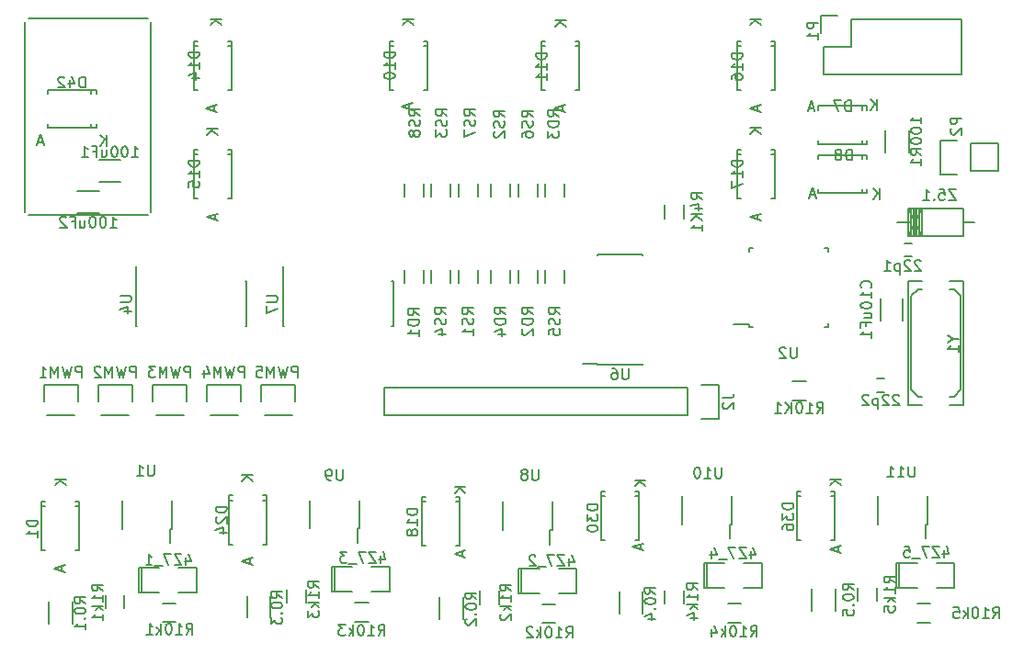
<source format=gbo>
G04 #@! TF.FileFunction,Legend,Bot*
%FSLAX46Y46*%
G04 Gerber Fmt 4.6, Leading zero omitted, Abs format (unit mm)*
G04 Created by KiCad (PCBNEW 4.0.7) date Sat Oct  7 11:25:55 2017*
%MOMM*%
%LPD*%
G01*
G04 APERTURE LIST*
%ADD10C,0.100000*%
%ADD11C,0.150000*%
G04 APERTURE END LIST*
D10*
D11*
X47410000Y-84593000D02*
X47156000Y-84593000D01*
X47156000Y-84593000D02*
X47156000Y-82307000D01*
X47156000Y-82307000D02*
X47410000Y-82307000D01*
X47410000Y-84593000D02*
X47410000Y-82307000D01*
X47410000Y-82307000D02*
X49061000Y-82307000D01*
X50839000Y-84593000D02*
X52490000Y-84593000D01*
X52490000Y-84593000D02*
X52490000Y-82307000D01*
X52490000Y-82307000D02*
X50839000Y-82307000D01*
X49061000Y-84593000D02*
X47410000Y-84593000D01*
X82410000Y-84693000D02*
X82156000Y-84693000D01*
X82156000Y-84693000D02*
X82156000Y-82407000D01*
X82156000Y-82407000D02*
X82410000Y-82407000D01*
X82410000Y-84693000D02*
X82410000Y-82407000D01*
X82410000Y-82407000D02*
X84061000Y-82407000D01*
X85839000Y-84693000D02*
X87490000Y-84693000D01*
X87490000Y-84693000D02*
X87490000Y-82407000D01*
X87490000Y-82407000D02*
X85839000Y-82407000D01*
X84061000Y-84693000D02*
X82410000Y-84693000D01*
X65160000Y-84543000D02*
X64906000Y-84543000D01*
X64906000Y-84543000D02*
X64906000Y-82257000D01*
X64906000Y-82257000D02*
X65160000Y-82257000D01*
X65160000Y-84543000D02*
X65160000Y-82257000D01*
X65160000Y-82257000D02*
X66811000Y-82257000D01*
X68589000Y-84543000D02*
X70240000Y-84543000D01*
X70240000Y-84543000D02*
X70240000Y-82257000D01*
X70240000Y-82257000D02*
X68589000Y-82257000D01*
X66811000Y-84543000D02*
X65160000Y-84543000D01*
X99460000Y-84143000D02*
X99206000Y-84143000D01*
X99206000Y-84143000D02*
X99206000Y-81857000D01*
X99206000Y-81857000D02*
X99460000Y-81857000D01*
X99460000Y-84143000D02*
X99460000Y-81857000D01*
X99460000Y-81857000D02*
X101111000Y-81857000D01*
X102889000Y-84143000D02*
X104540000Y-84143000D01*
X104540000Y-84143000D02*
X104540000Y-81857000D01*
X104540000Y-81857000D02*
X102889000Y-81857000D01*
X101111000Y-84143000D02*
X99460000Y-84143000D01*
X117210000Y-84143000D02*
X116956000Y-84143000D01*
X116956000Y-84143000D02*
X116956000Y-81857000D01*
X116956000Y-81857000D02*
X117210000Y-81857000D01*
X117210000Y-84143000D02*
X117210000Y-81857000D01*
X117210000Y-81857000D02*
X118861000Y-81857000D01*
X120639000Y-84143000D02*
X122290000Y-84143000D01*
X122290000Y-84143000D02*
X122290000Y-81857000D01*
X122290000Y-81857000D02*
X120639000Y-81857000D01*
X118861000Y-84143000D02*
X117210000Y-84143000D01*
X115925000Y-42000000D02*
X115925000Y-44000000D01*
X118075000Y-44000000D02*
X118075000Y-42000000D01*
X115150000Y-66100000D02*
X115850000Y-66100000D01*
X115850000Y-64900000D02*
X115150000Y-64900000D01*
X117650000Y-53600000D02*
X118350000Y-53600000D01*
X118350000Y-52400000D02*
X117650000Y-52400000D01*
X115475000Y-59500000D02*
X115475000Y-57500000D01*
X117525000Y-57500000D02*
X117525000Y-59500000D01*
X41700060Y-76650860D02*
X41349540Y-76650860D01*
X38199940Y-76650860D02*
X38550460Y-76650860D01*
X41700060Y-80700440D02*
X41349540Y-80700440D01*
X41700060Y-76199560D02*
X41349540Y-76199560D01*
X38199940Y-76199560D02*
X38550460Y-76199560D01*
X38199940Y-80700440D02*
X38550460Y-80700440D01*
X41700060Y-76199560D02*
X41700060Y-80700440D01*
X38199940Y-76199560D02*
X38199940Y-80700440D01*
X123120000Y-50502540D02*
X124136000Y-50502540D01*
X118294000Y-50502540D02*
X117024000Y-50502540D01*
X118548000Y-51772540D02*
X118548000Y-49232540D01*
X118802000Y-51772540D02*
X118802000Y-49232540D01*
X119056000Y-51772540D02*
X119056000Y-49232540D01*
X118294000Y-51772540D02*
X118294000Y-49232540D01*
X119310000Y-51772540D02*
X118040000Y-49232540D01*
X118040000Y-51772540D02*
X119310000Y-49232540D01*
X119310000Y-51772540D02*
X119310000Y-49232540D01*
X118675000Y-51772540D02*
X118675000Y-49232540D01*
X118040000Y-49232540D02*
X118040000Y-51772540D01*
X118040000Y-51772540D02*
X123120000Y-51772540D01*
X123120000Y-51772540D02*
X123120000Y-49232540D01*
X123120000Y-49232540D02*
X118040000Y-49232540D01*
X113799140Y-43250060D02*
X113799140Y-42899540D01*
X113799140Y-39749940D02*
X113799140Y-40100460D01*
X109749560Y-43250060D02*
X109749560Y-42899540D01*
X114250440Y-43250060D02*
X114250440Y-42899540D01*
X114250440Y-39749940D02*
X114250440Y-40100460D01*
X109749560Y-39749940D02*
X109749560Y-40100460D01*
X114250440Y-43250060D02*
X109749560Y-43250060D01*
X114250440Y-39749940D02*
X109749560Y-39749940D01*
X113799140Y-47750060D02*
X113799140Y-47399540D01*
X113799140Y-44249940D02*
X113799140Y-44600460D01*
X109749560Y-47750060D02*
X109749560Y-47399540D01*
X114250440Y-47750060D02*
X114250440Y-47399540D01*
X114250440Y-44249940D02*
X114250440Y-44600460D01*
X109749560Y-44249940D02*
X109749560Y-44600460D01*
X114250440Y-47750060D02*
X109749560Y-47750060D01*
X114250440Y-44249940D02*
X109749560Y-44249940D01*
X73750060Y-34200860D02*
X73399540Y-34200860D01*
X70249940Y-34200860D02*
X70600460Y-34200860D01*
X73750060Y-38250440D02*
X73399540Y-38250440D01*
X73750060Y-33749560D02*
X73399540Y-33749560D01*
X70249940Y-33749560D02*
X70600460Y-33749560D01*
X70249940Y-38250440D02*
X70600460Y-38250440D01*
X73750060Y-33749560D02*
X73750060Y-38250440D01*
X70249940Y-33749560D02*
X70249940Y-38250440D01*
X87750060Y-34200860D02*
X87399540Y-34200860D01*
X84249940Y-34200860D02*
X84600460Y-34200860D01*
X87750060Y-38250440D02*
X87399540Y-38250440D01*
X87750060Y-33749560D02*
X87399540Y-33749560D01*
X84249940Y-33749560D02*
X84600460Y-33749560D01*
X84249940Y-38250440D02*
X84600460Y-38250440D01*
X87750060Y-33749560D02*
X87750060Y-38250440D01*
X84249940Y-33749560D02*
X84249940Y-38250440D01*
X55750060Y-34200860D02*
X55399540Y-34200860D01*
X52249940Y-34200860D02*
X52600460Y-34200860D01*
X55750060Y-38250440D02*
X55399540Y-38250440D01*
X55750060Y-33749560D02*
X55399540Y-33749560D01*
X52249940Y-33749560D02*
X52600460Y-33749560D01*
X52249940Y-38250440D02*
X52600460Y-38250440D01*
X55750060Y-33749560D02*
X55750060Y-38250440D01*
X52249940Y-33749560D02*
X52249940Y-38250440D01*
X55750060Y-44200860D02*
X55399540Y-44200860D01*
X52249940Y-44200860D02*
X52600460Y-44200860D01*
X55750060Y-48250440D02*
X55399540Y-48250440D01*
X55750060Y-43749560D02*
X55399540Y-43749560D01*
X52249940Y-43749560D02*
X52600460Y-43749560D01*
X52249940Y-48250440D02*
X52600460Y-48250440D01*
X55750060Y-43749560D02*
X55750060Y-48250440D01*
X52249940Y-43749560D02*
X52249940Y-48250440D01*
X105750060Y-34200860D02*
X105399540Y-34200860D01*
X102249940Y-34200860D02*
X102600460Y-34200860D01*
X105750060Y-38250440D02*
X105399540Y-38250440D01*
X105750060Y-33749560D02*
X105399540Y-33749560D01*
X102249940Y-33749560D02*
X102600460Y-33749560D01*
X102249940Y-38250440D02*
X102600460Y-38250440D01*
X105750060Y-33749560D02*
X105750060Y-38250440D01*
X102249940Y-33749560D02*
X102249940Y-38250440D01*
X105750060Y-44200860D02*
X105399540Y-44200860D01*
X102249940Y-44200860D02*
X102600460Y-44200860D01*
X105750060Y-48250440D02*
X105399540Y-48250440D01*
X105750060Y-43749560D02*
X105399540Y-43749560D01*
X102249940Y-43749560D02*
X102600460Y-43749560D01*
X102249940Y-48250440D02*
X102600460Y-48250440D01*
X105750060Y-43749560D02*
X105750060Y-48250440D01*
X102249940Y-43749560D02*
X102249940Y-48250440D01*
X76700060Y-76250860D02*
X76349540Y-76250860D01*
X73199940Y-76250860D02*
X73550460Y-76250860D01*
X76700060Y-80300440D02*
X76349540Y-80300440D01*
X76700060Y-75799560D02*
X76349540Y-75799560D01*
X73199940Y-75799560D02*
X73550460Y-75799560D01*
X73199940Y-80300440D02*
X73550460Y-80300440D01*
X76700060Y-75799560D02*
X76700060Y-80300440D01*
X73199940Y-75799560D02*
X73199940Y-80300440D01*
X58950060Y-76100860D02*
X58599540Y-76100860D01*
X55449940Y-76100860D02*
X55800460Y-76100860D01*
X58950060Y-80150440D02*
X58599540Y-80150440D01*
X58950060Y-75649560D02*
X58599540Y-75649560D01*
X55449940Y-75649560D02*
X55800460Y-75649560D01*
X55449940Y-80150440D02*
X55800460Y-80150440D01*
X58950060Y-75649560D02*
X58950060Y-80150440D01*
X55449940Y-75649560D02*
X55449940Y-80150440D01*
X93250060Y-75700860D02*
X92899540Y-75700860D01*
X89749940Y-75700860D02*
X90100460Y-75700860D01*
X93250060Y-79750440D02*
X92899540Y-79750440D01*
X93250060Y-75249560D02*
X92899540Y-75249560D01*
X89749940Y-75249560D02*
X90100460Y-75249560D01*
X89749940Y-79750440D02*
X90100460Y-79750440D01*
X93250060Y-75249560D02*
X93250060Y-79750440D01*
X89749940Y-75249560D02*
X89749940Y-79750440D01*
X111250060Y-75700860D02*
X110899540Y-75700860D01*
X107749940Y-75700860D02*
X108100460Y-75700860D01*
X111250060Y-79750440D02*
X110899540Y-79750440D01*
X111250060Y-75249560D02*
X110899540Y-75249560D01*
X107749940Y-75249560D02*
X108100460Y-75249560D01*
X107749940Y-79750440D02*
X108100460Y-79750440D01*
X111250060Y-75249560D02*
X111250060Y-79750440D01*
X107749940Y-75249560D02*
X107749940Y-79750440D01*
X97730000Y-65730000D02*
X69790000Y-65730000D01*
X69790000Y-65730000D02*
X69790000Y-68270000D01*
X69790000Y-68270000D02*
X97730000Y-68270000D01*
X100550000Y-65450000D02*
X99000000Y-65450000D01*
X97730000Y-65730000D02*
X97730000Y-68270000D01*
X99000000Y-68550000D02*
X100550000Y-68550000D01*
X100550000Y-68550000D02*
X100550000Y-65450000D01*
X110230000Y-36810000D02*
X122930000Y-36810000D01*
X122930000Y-36810000D02*
X122930000Y-31730000D01*
X122930000Y-31730000D02*
X112770000Y-31730000D01*
X110230000Y-36810000D02*
X110230000Y-34270000D01*
X109950000Y-33000000D02*
X109950000Y-31450000D01*
X110230000Y-34270000D02*
X112770000Y-34270000D01*
X112770000Y-34270000D02*
X112770000Y-31730000D01*
X109950000Y-31450000D02*
X111500000Y-31450000D01*
X123770000Y-45770000D02*
X126310000Y-45770000D01*
X120950000Y-46050000D02*
X122500000Y-46050000D01*
X123770000Y-45770000D02*
X123770000Y-43230000D01*
X122500000Y-42950000D02*
X120950000Y-42950000D01*
X120950000Y-42950000D02*
X120950000Y-46050000D01*
X123770000Y-43230000D02*
X126310000Y-43230000D01*
X126310000Y-43230000D02*
X126310000Y-45770000D01*
X38450000Y-65450000D02*
X38450000Y-67000000D01*
X41550000Y-67000000D02*
X41550000Y-65450000D01*
X41550000Y-65450000D02*
X38450000Y-65450000D01*
X41270000Y-68270000D02*
X38730000Y-68270000D01*
X43450000Y-65450000D02*
X43450000Y-67000000D01*
X46550000Y-67000000D02*
X46550000Y-65450000D01*
X46550000Y-65450000D02*
X43450000Y-65450000D01*
X46270000Y-68270000D02*
X43730000Y-68270000D01*
X48450000Y-65450000D02*
X48450000Y-67000000D01*
X51550000Y-67000000D02*
X51550000Y-65450000D01*
X51550000Y-65450000D02*
X48450000Y-65450000D01*
X51270000Y-68270000D02*
X48730000Y-68270000D01*
X53450000Y-65450000D02*
X53450000Y-67000000D01*
X56550000Y-67000000D02*
X56550000Y-65450000D01*
X56550000Y-65450000D02*
X53450000Y-65450000D01*
X56270000Y-68270000D02*
X53730000Y-68270000D01*
X58450000Y-65450000D02*
X58450000Y-67000000D01*
X61550000Y-67000000D02*
X61550000Y-65450000D01*
X61550000Y-65450000D02*
X58450000Y-65450000D01*
X61270000Y-68270000D02*
X58730000Y-68270000D01*
X38875000Y-85450000D02*
X38875000Y-87450000D01*
X41025000Y-87450000D02*
X41025000Y-85450000D01*
X74875000Y-85050000D02*
X74875000Y-87050000D01*
X77025000Y-87050000D02*
X77025000Y-85050000D01*
X57125000Y-84900000D02*
X57125000Y-86900000D01*
X59275000Y-86900000D02*
X59275000Y-84900000D01*
X91425000Y-84500000D02*
X91425000Y-86500000D01*
X93575000Y-86500000D02*
X93575000Y-84500000D01*
X109175000Y-84250000D02*
X109175000Y-86250000D01*
X111325000Y-86250000D02*
X111325000Y-84250000D01*
X45825000Y-86050000D02*
X45825000Y-84850000D01*
X44075000Y-84850000D02*
X44075000Y-86050000D01*
X80325000Y-85650000D02*
X80325000Y-84450000D01*
X78575000Y-84450000D02*
X78575000Y-85650000D01*
X60825000Y-84300000D02*
X60825000Y-85500000D01*
X62575000Y-85500000D02*
X62575000Y-84300000D01*
X95625000Y-84400000D02*
X95625000Y-85600000D01*
X97375000Y-85600000D02*
X97375000Y-84400000D01*
X113375000Y-84150000D02*
X113375000Y-85350000D01*
X115125000Y-85350000D02*
X115125000Y-84150000D01*
X95625000Y-48900000D02*
X95625000Y-50100000D01*
X97375000Y-50100000D02*
X97375000Y-48900000D01*
X50550000Y-85575000D02*
X49350000Y-85575000D01*
X49350000Y-87325000D02*
X50550000Y-87325000D01*
X108600000Y-65125000D02*
X107400000Y-65125000D01*
X107400000Y-66875000D02*
X108600000Y-66875000D01*
X85550000Y-85675000D02*
X84350000Y-85675000D01*
X84350000Y-87425000D02*
X85550000Y-87425000D01*
X68300000Y-85525000D02*
X67100000Y-85525000D01*
X67100000Y-87275000D02*
X68300000Y-87275000D01*
X102600000Y-85625000D02*
X101400000Y-85625000D01*
X101400000Y-87375000D02*
X102600000Y-87375000D01*
X120100000Y-85625000D02*
X118900000Y-85625000D01*
X118900000Y-87375000D02*
X120100000Y-87375000D01*
X73375000Y-56100000D02*
X73375000Y-54900000D01*
X71625000Y-54900000D02*
X71625000Y-56100000D01*
X83875000Y-56100000D02*
X83875000Y-54900000D01*
X82125000Y-54900000D02*
X82125000Y-56100000D01*
X86375000Y-48100000D02*
X86375000Y-46900000D01*
X84625000Y-46900000D02*
X84625000Y-48100000D01*
X81375000Y-56100000D02*
X81375000Y-54900000D01*
X79625000Y-54900000D02*
X79625000Y-56100000D01*
X78375000Y-56100000D02*
X78375000Y-54900000D01*
X76625000Y-54900000D02*
X76625000Y-56100000D01*
X81375000Y-48100000D02*
X81375000Y-46900000D01*
X79625000Y-46900000D02*
X79625000Y-48100000D01*
X75875000Y-48100000D02*
X75875000Y-46900000D01*
X74125000Y-46900000D02*
X74125000Y-48100000D01*
X75875000Y-56100000D02*
X75875000Y-54900000D01*
X74125000Y-54900000D02*
X74125000Y-56100000D01*
X86375000Y-56100000D02*
X86375000Y-54900000D01*
X84625000Y-54900000D02*
X84625000Y-56100000D01*
X83875000Y-48100000D02*
X83875000Y-46900000D01*
X82125000Y-46900000D02*
X82125000Y-48100000D01*
X78375000Y-48100000D02*
X78375000Y-46900000D01*
X76625000Y-46900000D02*
X76625000Y-48100000D01*
X73375000Y-48100000D02*
X73375000Y-46900000D01*
X71625000Y-46900000D02*
X71625000Y-48100000D01*
X50050000Y-78750000D02*
X50050000Y-80050000D01*
X50250000Y-78750000D02*
X50050000Y-78750000D01*
X50251240Y-78750480D02*
X50251240Y-76149520D01*
X45648760Y-76149520D02*
X45648760Y-78750480D01*
X37000000Y-31700000D02*
X46500000Y-31700000D01*
X46500000Y-31700000D02*
X48000000Y-31700000D01*
X48300000Y-32000000D02*
X48300000Y-49500000D01*
X48000000Y-49800000D02*
X37000000Y-49800000D01*
X36700000Y-49500000D02*
X36700000Y-32000000D01*
X46925000Y-55925000D02*
X46950000Y-55925000D01*
X46925000Y-60075000D02*
X47030000Y-60075000D01*
X57075000Y-60075000D02*
X56970000Y-60075000D01*
X57075000Y-55925000D02*
X56970000Y-55925000D01*
X46925000Y-55925000D02*
X46925000Y-60075000D01*
X57075000Y-55925000D02*
X57075000Y-60075000D01*
X46950000Y-55925000D02*
X46950000Y-54550000D01*
X89425000Y-63575000D02*
X89425000Y-63550000D01*
X93575000Y-63575000D02*
X93575000Y-63470000D01*
X93575000Y-53425000D02*
X93575000Y-53530000D01*
X89425000Y-53425000D02*
X89425000Y-53530000D01*
X89425000Y-63575000D02*
X93575000Y-63575000D01*
X89425000Y-53425000D02*
X93575000Y-53425000D01*
X89425000Y-63550000D02*
X88050000Y-63550000D01*
X60425000Y-55925000D02*
X60450000Y-55925000D01*
X60425000Y-60075000D02*
X60530000Y-60075000D01*
X70575000Y-60075000D02*
X70470000Y-60075000D01*
X70575000Y-55925000D02*
X70470000Y-55925000D01*
X60425000Y-55925000D02*
X60425000Y-60075000D01*
X70575000Y-55925000D02*
X70575000Y-60075000D01*
X60450000Y-55925000D02*
X60450000Y-54550000D01*
X85050000Y-78850000D02*
X85050000Y-80150000D01*
X85250000Y-78850000D02*
X85050000Y-78850000D01*
X85251240Y-78850480D02*
X85251240Y-76249520D01*
X80648760Y-76249520D02*
X80648760Y-78850480D01*
X67300000Y-78700000D02*
X67300000Y-80000000D01*
X67500000Y-78700000D02*
X67300000Y-78700000D01*
X67501240Y-78700480D02*
X67501240Y-76099520D01*
X62898760Y-76099520D02*
X62898760Y-78700480D01*
X101600000Y-78300000D02*
X101600000Y-79600000D01*
X101800000Y-78300000D02*
X101600000Y-78300000D01*
X101801240Y-78300480D02*
X101801240Y-75699520D01*
X97198760Y-75699520D02*
X97198760Y-78300480D01*
X119600000Y-78300000D02*
X119600000Y-79600000D01*
X119800000Y-78300000D02*
X119600000Y-78300000D01*
X119801240Y-78300480D02*
X119801240Y-75699520D01*
X115198760Y-75699520D02*
X115198760Y-78300480D01*
X122251000Y-66553000D02*
X121870000Y-66553000D01*
X118949000Y-66553000D02*
X119330000Y-66553000D01*
X118949000Y-56647000D02*
X119330000Y-56647000D01*
X122251000Y-56647000D02*
X121870000Y-56647000D01*
X123140000Y-55885000D02*
X121870000Y-55885000D01*
X118060000Y-55885000D02*
X119330000Y-55885000D01*
X118060000Y-67315000D02*
X119330000Y-67315000D01*
X123140000Y-67315000D02*
X121870000Y-67315000D01*
X118949000Y-66553000D02*
X118314000Y-65918000D01*
X118314000Y-65918000D02*
X118314000Y-57282000D01*
X118314000Y-57282000D02*
X118949000Y-56647000D01*
X122251000Y-56647000D02*
X122886000Y-57282000D01*
X122886000Y-57282000D02*
X122886000Y-65918000D01*
X122886000Y-65918000D02*
X122251000Y-66553000D01*
X118060000Y-55885000D02*
X118060000Y-67315000D01*
X123140000Y-67315000D02*
X123140000Y-55885000D01*
X103375000Y-60125000D02*
X103375000Y-59900000D01*
X110625000Y-60125000D02*
X110625000Y-59800000D01*
X110625000Y-52875000D02*
X110625000Y-53200000D01*
X103375000Y-52875000D02*
X103375000Y-53200000D01*
X103375000Y-60125000D02*
X103700000Y-60125000D01*
X103375000Y-52875000D02*
X103700000Y-52875000D01*
X110625000Y-52875000D02*
X110300000Y-52875000D01*
X110625000Y-60125000D02*
X110300000Y-60125000D01*
X103375000Y-59900000D02*
X101950000Y-59900000D01*
X42799140Y-41750060D02*
X42799140Y-41399540D01*
X42799140Y-38249940D02*
X42799140Y-38600460D01*
X38749560Y-41750060D02*
X38749560Y-41399540D01*
X43250440Y-41750060D02*
X43250440Y-41399540D01*
X43250440Y-38249940D02*
X43250440Y-38600460D01*
X38749560Y-38249940D02*
X38749560Y-38600460D01*
X43250440Y-41750060D02*
X38749560Y-41750060D01*
X43250440Y-38249940D02*
X38749560Y-38249940D01*
X43500000Y-49625000D02*
X41500000Y-49625000D01*
X41500000Y-47575000D02*
X43500000Y-47575000D01*
X45500000Y-46725000D02*
X43500000Y-46725000D01*
X43500000Y-44675000D02*
X45500000Y-44675000D01*
X51519047Y-81385714D02*
X51519047Y-82052381D01*
X51757143Y-81004762D02*
X51995238Y-81719048D01*
X51376190Y-81719048D01*
X51090476Y-81052381D02*
X50423809Y-81052381D01*
X51090476Y-82052381D01*
X50423809Y-82052381D01*
X50138095Y-81052381D02*
X49471428Y-81052381D01*
X49900000Y-82052381D01*
X49328571Y-82147619D02*
X48566666Y-82147619D01*
X47804761Y-82052381D02*
X48376190Y-82052381D01*
X48090476Y-82052381D02*
X48090476Y-81052381D01*
X48185714Y-81195238D01*
X48280952Y-81290476D01*
X48376190Y-81338095D01*
X86819047Y-81485714D02*
X86819047Y-82152381D01*
X87057143Y-81104762D02*
X87295238Y-81819048D01*
X86676190Y-81819048D01*
X86390476Y-81152381D02*
X85723809Y-81152381D01*
X86390476Y-82152381D01*
X85723809Y-82152381D01*
X85438095Y-81152381D02*
X84771428Y-81152381D01*
X85200000Y-82152381D01*
X84628571Y-82247619D02*
X83866666Y-82247619D01*
X83676190Y-81247619D02*
X83628571Y-81200000D01*
X83533333Y-81152381D01*
X83295237Y-81152381D01*
X83199999Y-81200000D01*
X83152380Y-81247619D01*
X83104761Y-81342857D01*
X83104761Y-81438095D01*
X83152380Y-81580952D01*
X83723809Y-82152381D01*
X83104761Y-82152381D01*
X69419047Y-81185714D02*
X69419047Y-81852381D01*
X69657143Y-80804762D02*
X69895238Y-81519048D01*
X69276190Y-81519048D01*
X68990476Y-80852381D02*
X68323809Y-80852381D01*
X68990476Y-81852381D01*
X68323809Y-81852381D01*
X68038095Y-80852381D02*
X67371428Y-80852381D01*
X67800000Y-81852381D01*
X67228571Y-81947619D02*
X66466666Y-81947619D01*
X66323809Y-80852381D02*
X65704761Y-80852381D01*
X66038095Y-81233333D01*
X65895237Y-81233333D01*
X65799999Y-81280952D01*
X65752380Y-81328571D01*
X65704761Y-81423810D01*
X65704761Y-81661905D01*
X65752380Y-81757143D01*
X65799999Y-81804762D01*
X65895237Y-81852381D01*
X66180952Y-81852381D01*
X66276190Y-81804762D01*
X66323809Y-81757143D01*
X103519047Y-80785714D02*
X103519047Y-81452381D01*
X103757143Y-80404762D02*
X103995238Y-81119048D01*
X103376190Y-81119048D01*
X103090476Y-80452381D02*
X102423809Y-80452381D01*
X103090476Y-81452381D01*
X102423809Y-81452381D01*
X102138095Y-80452381D02*
X101471428Y-80452381D01*
X101900000Y-81452381D01*
X101328571Y-81547619D02*
X100566666Y-81547619D01*
X99899999Y-80785714D02*
X99899999Y-81452381D01*
X100138095Y-80404762D02*
X100376190Y-81119048D01*
X99757142Y-81119048D01*
X121319047Y-80685714D02*
X121319047Y-81352381D01*
X121557143Y-80304762D02*
X121795238Y-81019048D01*
X121176190Y-81019048D01*
X120890476Y-80352381D02*
X120223809Y-80352381D01*
X120890476Y-81352381D01*
X120223809Y-81352381D01*
X119938095Y-80352381D02*
X119271428Y-80352381D01*
X119700000Y-81352381D01*
X119128571Y-81447619D02*
X118366666Y-81447619D01*
X117652380Y-80352381D02*
X118128571Y-80352381D01*
X118176190Y-80828571D01*
X118128571Y-80780952D01*
X118033333Y-80733333D01*
X117795237Y-80733333D01*
X117699999Y-80780952D01*
X117652380Y-80828571D01*
X117604761Y-80923810D01*
X117604761Y-81161905D01*
X117652380Y-81257143D01*
X117699999Y-81304762D01*
X117795237Y-81352381D01*
X118033333Y-81352381D01*
X118128571Y-81304762D01*
X118176190Y-81257143D01*
X119252381Y-41357143D02*
X119252381Y-40785714D01*
X119252381Y-41071428D02*
X118252381Y-41071428D01*
X118395238Y-40976190D01*
X118490476Y-40880952D01*
X118538095Y-40785714D01*
X118252381Y-41976190D02*
X118252381Y-42071429D01*
X118300000Y-42166667D01*
X118347619Y-42214286D01*
X118442857Y-42261905D01*
X118633333Y-42309524D01*
X118871429Y-42309524D01*
X119061905Y-42261905D01*
X119157143Y-42214286D01*
X119204762Y-42166667D01*
X119252381Y-42071429D01*
X119252381Y-41976190D01*
X119204762Y-41880952D01*
X119157143Y-41833333D01*
X119061905Y-41785714D01*
X118871429Y-41738095D01*
X118633333Y-41738095D01*
X118442857Y-41785714D01*
X118347619Y-41833333D01*
X118300000Y-41880952D01*
X118252381Y-41976190D01*
X118252381Y-42928571D02*
X118252381Y-43023810D01*
X118300000Y-43119048D01*
X118347619Y-43166667D01*
X118442857Y-43214286D01*
X118633333Y-43261905D01*
X118871429Y-43261905D01*
X119061905Y-43214286D01*
X119157143Y-43166667D01*
X119204762Y-43119048D01*
X119252381Y-43023810D01*
X119252381Y-42928571D01*
X119204762Y-42833333D01*
X119157143Y-42785714D01*
X119061905Y-42738095D01*
X118871429Y-42690476D01*
X118633333Y-42690476D01*
X118442857Y-42738095D01*
X118347619Y-42785714D01*
X118300000Y-42833333D01*
X118252381Y-42928571D01*
X119252381Y-44261905D02*
X118776190Y-43928571D01*
X119252381Y-43690476D02*
X118252381Y-43690476D01*
X118252381Y-44071429D01*
X118300000Y-44166667D01*
X118347619Y-44214286D01*
X118442857Y-44261905D01*
X118585714Y-44261905D01*
X118680952Y-44214286D01*
X118728571Y-44166667D01*
X118776190Y-44071429D01*
X118776190Y-43690476D01*
X119252381Y-45214286D02*
X119252381Y-44642857D01*
X119252381Y-44928571D02*
X118252381Y-44928571D01*
X118395238Y-44833333D01*
X118490476Y-44738095D01*
X118538095Y-44642857D01*
X117190476Y-66447619D02*
X117142857Y-66400000D01*
X117047619Y-66352381D01*
X116809523Y-66352381D01*
X116714285Y-66400000D01*
X116666666Y-66447619D01*
X116619047Y-66542857D01*
X116619047Y-66638095D01*
X116666666Y-66780952D01*
X117238095Y-67352381D01*
X116619047Y-67352381D01*
X116238095Y-66447619D02*
X116190476Y-66400000D01*
X116095238Y-66352381D01*
X115857142Y-66352381D01*
X115761904Y-66400000D01*
X115714285Y-66447619D01*
X115666666Y-66542857D01*
X115666666Y-66638095D01*
X115714285Y-66780952D01*
X116285714Y-67352381D01*
X115666666Y-67352381D01*
X115238095Y-66685714D02*
X115238095Y-67685714D01*
X115238095Y-66733333D02*
X115142857Y-66685714D01*
X114952380Y-66685714D01*
X114857142Y-66733333D01*
X114809523Y-66780952D01*
X114761904Y-66876190D01*
X114761904Y-67161905D01*
X114809523Y-67257143D01*
X114857142Y-67304762D01*
X114952380Y-67352381D01*
X115142857Y-67352381D01*
X115238095Y-67304762D01*
X114380952Y-66447619D02*
X114333333Y-66400000D01*
X114238095Y-66352381D01*
X113999999Y-66352381D01*
X113904761Y-66400000D01*
X113857142Y-66447619D01*
X113809523Y-66542857D01*
X113809523Y-66638095D01*
X113857142Y-66780952D01*
X114428571Y-67352381D01*
X113809523Y-67352381D01*
X119190476Y-54047619D02*
X119142857Y-54000000D01*
X119047619Y-53952381D01*
X118809523Y-53952381D01*
X118714285Y-54000000D01*
X118666666Y-54047619D01*
X118619047Y-54142857D01*
X118619047Y-54238095D01*
X118666666Y-54380952D01*
X119238095Y-54952381D01*
X118619047Y-54952381D01*
X118238095Y-54047619D02*
X118190476Y-54000000D01*
X118095238Y-53952381D01*
X117857142Y-53952381D01*
X117761904Y-54000000D01*
X117714285Y-54047619D01*
X117666666Y-54142857D01*
X117666666Y-54238095D01*
X117714285Y-54380952D01*
X118285714Y-54952381D01*
X117666666Y-54952381D01*
X117238095Y-54285714D02*
X117238095Y-55285714D01*
X117238095Y-54333333D02*
X117142857Y-54285714D01*
X116952380Y-54285714D01*
X116857142Y-54333333D01*
X116809523Y-54380952D01*
X116761904Y-54476190D01*
X116761904Y-54761905D01*
X116809523Y-54857143D01*
X116857142Y-54904762D01*
X116952380Y-54952381D01*
X117142857Y-54952381D01*
X117238095Y-54904762D01*
X115809523Y-54952381D02*
X116380952Y-54952381D01*
X116095238Y-54952381D02*
X116095238Y-53952381D01*
X116190476Y-54095238D01*
X116285714Y-54190476D01*
X116380952Y-54238095D01*
X114557143Y-56500000D02*
X114604762Y-56452381D01*
X114652381Y-56309524D01*
X114652381Y-56214286D01*
X114604762Y-56071428D01*
X114509524Y-55976190D01*
X114414286Y-55928571D01*
X114223810Y-55880952D01*
X114080952Y-55880952D01*
X113890476Y-55928571D01*
X113795238Y-55976190D01*
X113700000Y-56071428D01*
X113652381Y-56214286D01*
X113652381Y-56309524D01*
X113700000Y-56452381D01*
X113747619Y-56500000D01*
X114652381Y-57452381D02*
X114652381Y-56880952D01*
X114652381Y-57166666D02*
X113652381Y-57166666D01*
X113795238Y-57071428D01*
X113890476Y-56976190D01*
X113938095Y-56880952D01*
X113652381Y-58071428D02*
X113652381Y-58166667D01*
X113700000Y-58261905D01*
X113747619Y-58309524D01*
X113842857Y-58357143D01*
X114033333Y-58404762D01*
X114271429Y-58404762D01*
X114461905Y-58357143D01*
X114557143Y-58309524D01*
X114604762Y-58261905D01*
X114652381Y-58166667D01*
X114652381Y-58071428D01*
X114604762Y-57976190D01*
X114557143Y-57928571D01*
X114461905Y-57880952D01*
X114271429Y-57833333D01*
X114033333Y-57833333D01*
X113842857Y-57880952D01*
X113747619Y-57928571D01*
X113700000Y-57976190D01*
X113652381Y-58071428D01*
X113985714Y-59261905D02*
X114652381Y-59261905D01*
X113985714Y-58833333D02*
X114509524Y-58833333D01*
X114604762Y-58880952D01*
X114652381Y-58976190D01*
X114652381Y-59119048D01*
X114604762Y-59214286D01*
X114557143Y-59261905D01*
X114128571Y-60071429D02*
X114128571Y-59738095D01*
X114652381Y-59738095D02*
X113652381Y-59738095D01*
X113652381Y-60214286D01*
X114652381Y-61119048D02*
X114652381Y-60547619D01*
X114652381Y-60833333D02*
X113652381Y-60833333D01*
X113795238Y-60738095D01*
X113890476Y-60642857D01*
X113938095Y-60547619D01*
X37852381Y-77961905D02*
X36852381Y-77961905D01*
X36852381Y-78200000D01*
X36900000Y-78342858D01*
X36995238Y-78438096D01*
X37090476Y-78485715D01*
X37280952Y-78533334D01*
X37423810Y-78533334D01*
X37614286Y-78485715D01*
X37709524Y-78438096D01*
X37804762Y-78342858D01*
X37852381Y-78200000D01*
X37852381Y-77961905D01*
X37852381Y-79485715D02*
X37852381Y-78914286D01*
X37852381Y-79200000D02*
X36852381Y-79200000D01*
X36995238Y-79104762D01*
X37090476Y-79009524D01*
X37138095Y-78914286D01*
X40452381Y-74138095D02*
X39452381Y-74138095D01*
X40452381Y-74709524D02*
X39880952Y-74280952D01*
X39452381Y-74709524D02*
X40023810Y-74138095D01*
X40066667Y-82161905D02*
X40066667Y-82638096D01*
X40352381Y-82066667D02*
X39352381Y-82400000D01*
X40352381Y-82733334D01*
X122411149Y-47414921D02*
X121744482Y-47414921D01*
X122411149Y-48414921D01*
X121744482Y-48414921D01*
X120887339Y-47414921D02*
X121363530Y-47414921D01*
X121411149Y-47891111D01*
X121363530Y-47843492D01*
X121268292Y-47795873D01*
X121030196Y-47795873D01*
X120934958Y-47843492D01*
X120887339Y-47891111D01*
X120839720Y-47986350D01*
X120839720Y-48224445D01*
X120887339Y-48319683D01*
X120934958Y-48367302D01*
X121030196Y-48414921D01*
X121268292Y-48414921D01*
X121363530Y-48367302D01*
X121411149Y-48319683D01*
X120411149Y-48319683D02*
X120363530Y-48367302D01*
X120411149Y-48414921D01*
X120458768Y-48367302D01*
X120411149Y-48319683D01*
X120411149Y-48414921D01*
X119411149Y-48414921D02*
X119982578Y-48414921D01*
X119696864Y-48414921D02*
X119696864Y-47414921D01*
X119792102Y-47557778D01*
X119887340Y-47653016D01*
X119982578Y-47700635D01*
X112738095Y-40252381D02*
X112738095Y-39252381D01*
X112500000Y-39252381D01*
X112357142Y-39300000D01*
X112261904Y-39395238D01*
X112214285Y-39490476D01*
X112166666Y-39680952D01*
X112166666Y-39823810D01*
X112214285Y-40014286D01*
X112261904Y-40109524D01*
X112357142Y-40204762D01*
X112500000Y-40252381D01*
X112738095Y-40252381D01*
X111833333Y-39252381D02*
X111166666Y-39252381D01*
X111595238Y-40252381D01*
X115161905Y-40152381D02*
X115161905Y-39152381D01*
X114590476Y-40152381D02*
X115019048Y-39580952D01*
X114590476Y-39152381D02*
X115161905Y-39723810D01*
X109338095Y-39966667D02*
X108861904Y-39966667D01*
X109433333Y-40252381D02*
X109100000Y-39252381D01*
X108766666Y-40252381D01*
X112838095Y-44752381D02*
X112838095Y-43752381D01*
X112600000Y-43752381D01*
X112457142Y-43800000D01*
X112361904Y-43895238D01*
X112314285Y-43990476D01*
X112266666Y-44180952D01*
X112266666Y-44323810D01*
X112314285Y-44514286D01*
X112361904Y-44609524D01*
X112457142Y-44704762D01*
X112600000Y-44752381D01*
X112838095Y-44752381D01*
X111695238Y-44180952D02*
X111790476Y-44133333D01*
X111838095Y-44085714D01*
X111885714Y-43990476D01*
X111885714Y-43942857D01*
X111838095Y-43847619D01*
X111790476Y-43800000D01*
X111695238Y-43752381D01*
X111504761Y-43752381D01*
X111409523Y-43800000D01*
X111361904Y-43847619D01*
X111314285Y-43942857D01*
X111314285Y-43990476D01*
X111361904Y-44085714D01*
X111409523Y-44133333D01*
X111504761Y-44180952D01*
X111695238Y-44180952D01*
X111790476Y-44228571D01*
X111838095Y-44276190D01*
X111885714Y-44371429D01*
X111885714Y-44561905D01*
X111838095Y-44657143D01*
X111790476Y-44704762D01*
X111695238Y-44752381D01*
X111504761Y-44752381D01*
X111409523Y-44704762D01*
X111361904Y-44657143D01*
X111314285Y-44561905D01*
X111314285Y-44371429D01*
X111361904Y-44276190D01*
X111409523Y-44228571D01*
X111504761Y-44180952D01*
X115361905Y-48352381D02*
X115361905Y-47352381D01*
X114790476Y-48352381D02*
X115219048Y-47780952D01*
X114790476Y-47352381D02*
X115361905Y-47923810D01*
X109438095Y-47966667D02*
X108961904Y-47966667D01*
X109533333Y-48252381D02*
X109200000Y-47252381D01*
X108866666Y-48252381D01*
X70752381Y-34785714D02*
X69752381Y-34785714D01*
X69752381Y-35023809D01*
X69800000Y-35166667D01*
X69895238Y-35261905D01*
X69990476Y-35309524D01*
X70180952Y-35357143D01*
X70323810Y-35357143D01*
X70514286Y-35309524D01*
X70609524Y-35261905D01*
X70704762Y-35166667D01*
X70752381Y-35023809D01*
X70752381Y-34785714D01*
X70752381Y-36309524D02*
X70752381Y-35738095D01*
X70752381Y-36023809D02*
X69752381Y-36023809D01*
X69895238Y-35928571D01*
X69990476Y-35833333D01*
X70038095Y-35738095D01*
X69752381Y-36928571D02*
X69752381Y-37023810D01*
X69800000Y-37119048D01*
X69847619Y-37166667D01*
X69942857Y-37214286D01*
X70133333Y-37261905D01*
X70371429Y-37261905D01*
X70561905Y-37214286D01*
X70657143Y-37166667D01*
X70704762Y-37119048D01*
X70752381Y-37023810D01*
X70752381Y-36928571D01*
X70704762Y-36833333D01*
X70657143Y-36785714D01*
X70561905Y-36738095D01*
X70371429Y-36690476D01*
X70133333Y-36690476D01*
X69942857Y-36738095D01*
X69847619Y-36785714D01*
X69800000Y-36833333D01*
X69752381Y-36928571D01*
X72452381Y-31738095D02*
X71452381Y-31738095D01*
X72452381Y-32309524D02*
X71880952Y-31880952D01*
X71452381Y-32309524D02*
X72023810Y-31738095D01*
X72066667Y-39561905D02*
X72066667Y-40038096D01*
X72352381Y-39466667D02*
X71352381Y-39800000D01*
X72352381Y-40133334D01*
X84752381Y-34885714D02*
X83752381Y-34885714D01*
X83752381Y-35123809D01*
X83800000Y-35266667D01*
X83895238Y-35361905D01*
X83990476Y-35409524D01*
X84180952Y-35457143D01*
X84323810Y-35457143D01*
X84514286Y-35409524D01*
X84609524Y-35361905D01*
X84704762Y-35266667D01*
X84752381Y-35123809D01*
X84752381Y-34885714D01*
X84752381Y-36409524D02*
X84752381Y-35838095D01*
X84752381Y-36123809D02*
X83752381Y-36123809D01*
X83895238Y-36028571D01*
X83990476Y-35933333D01*
X84038095Y-35838095D01*
X84752381Y-37361905D02*
X84752381Y-36790476D01*
X84752381Y-37076190D02*
X83752381Y-37076190D01*
X83895238Y-36980952D01*
X83990476Y-36885714D01*
X84038095Y-36790476D01*
X86552381Y-31838095D02*
X85552381Y-31838095D01*
X86552381Y-32409524D02*
X85980952Y-31980952D01*
X85552381Y-32409524D02*
X86123810Y-31838095D01*
X86166667Y-39761905D02*
X86166667Y-40238096D01*
X86452381Y-39666667D02*
X85452381Y-40000000D01*
X86452381Y-40333334D01*
X52752381Y-34785714D02*
X51752381Y-34785714D01*
X51752381Y-35023809D01*
X51800000Y-35166667D01*
X51895238Y-35261905D01*
X51990476Y-35309524D01*
X52180952Y-35357143D01*
X52323810Y-35357143D01*
X52514286Y-35309524D01*
X52609524Y-35261905D01*
X52704762Y-35166667D01*
X52752381Y-35023809D01*
X52752381Y-34785714D01*
X52752381Y-36309524D02*
X52752381Y-35738095D01*
X52752381Y-36023809D02*
X51752381Y-36023809D01*
X51895238Y-35928571D01*
X51990476Y-35833333D01*
X52038095Y-35738095D01*
X52085714Y-37166667D02*
X52752381Y-37166667D01*
X51704762Y-36928571D02*
X52419048Y-36690476D01*
X52419048Y-37309524D01*
X54752381Y-31738095D02*
X53752381Y-31738095D01*
X54752381Y-32309524D02*
X54180952Y-31880952D01*
X53752381Y-32309524D02*
X54323810Y-31738095D01*
X54066667Y-39761905D02*
X54066667Y-40238096D01*
X54352381Y-39666667D02*
X53352381Y-40000000D01*
X54352381Y-40333334D01*
X52752381Y-44785714D02*
X51752381Y-44785714D01*
X51752381Y-45023809D01*
X51800000Y-45166667D01*
X51895238Y-45261905D01*
X51990476Y-45309524D01*
X52180952Y-45357143D01*
X52323810Y-45357143D01*
X52514286Y-45309524D01*
X52609524Y-45261905D01*
X52704762Y-45166667D01*
X52752381Y-45023809D01*
X52752381Y-44785714D01*
X52752381Y-46309524D02*
X52752381Y-45738095D01*
X52752381Y-46023809D02*
X51752381Y-46023809D01*
X51895238Y-45928571D01*
X51990476Y-45833333D01*
X52038095Y-45738095D01*
X51752381Y-47214286D02*
X51752381Y-46738095D01*
X52228571Y-46690476D01*
X52180952Y-46738095D01*
X52133333Y-46833333D01*
X52133333Y-47071429D01*
X52180952Y-47166667D01*
X52228571Y-47214286D01*
X52323810Y-47261905D01*
X52561905Y-47261905D01*
X52657143Y-47214286D01*
X52704762Y-47166667D01*
X52752381Y-47071429D01*
X52752381Y-46833333D01*
X52704762Y-46738095D01*
X52657143Y-46690476D01*
X54452381Y-41838095D02*
X53452381Y-41838095D01*
X54452381Y-42409524D02*
X53880952Y-41980952D01*
X53452381Y-42409524D02*
X54023810Y-41838095D01*
X54166667Y-49761905D02*
X54166667Y-50238096D01*
X54452381Y-49666667D02*
X53452381Y-50000000D01*
X54452381Y-50333334D01*
X102752381Y-34885714D02*
X101752381Y-34885714D01*
X101752381Y-35123809D01*
X101800000Y-35266667D01*
X101895238Y-35361905D01*
X101990476Y-35409524D01*
X102180952Y-35457143D01*
X102323810Y-35457143D01*
X102514286Y-35409524D01*
X102609524Y-35361905D01*
X102704762Y-35266667D01*
X102752381Y-35123809D01*
X102752381Y-34885714D01*
X102752381Y-36409524D02*
X102752381Y-35838095D01*
X102752381Y-36123809D02*
X101752381Y-36123809D01*
X101895238Y-36028571D01*
X101990476Y-35933333D01*
X102038095Y-35838095D01*
X101752381Y-37266667D02*
X101752381Y-37076190D01*
X101800000Y-36980952D01*
X101847619Y-36933333D01*
X101990476Y-36838095D01*
X102180952Y-36790476D01*
X102561905Y-36790476D01*
X102657143Y-36838095D01*
X102704762Y-36885714D01*
X102752381Y-36980952D01*
X102752381Y-37171429D01*
X102704762Y-37266667D01*
X102657143Y-37314286D01*
X102561905Y-37361905D01*
X102323810Y-37361905D01*
X102228571Y-37314286D01*
X102180952Y-37266667D01*
X102133333Y-37171429D01*
X102133333Y-36980952D01*
X102180952Y-36885714D01*
X102228571Y-36838095D01*
X102323810Y-36790476D01*
X104452381Y-31738095D02*
X103452381Y-31738095D01*
X104452381Y-32309524D02*
X103880952Y-31880952D01*
X103452381Y-32309524D02*
X104023810Y-31738095D01*
X104166667Y-39761905D02*
X104166667Y-40238096D01*
X104452381Y-39666667D02*
X103452381Y-40000000D01*
X104452381Y-40333334D01*
X102752381Y-44785714D02*
X101752381Y-44785714D01*
X101752381Y-45023809D01*
X101800000Y-45166667D01*
X101895238Y-45261905D01*
X101990476Y-45309524D01*
X102180952Y-45357143D01*
X102323810Y-45357143D01*
X102514286Y-45309524D01*
X102609524Y-45261905D01*
X102704762Y-45166667D01*
X102752381Y-45023809D01*
X102752381Y-44785714D01*
X102752381Y-46309524D02*
X102752381Y-45738095D01*
X102752381Y-46023809D02*
X101752381Y-46023809D01*
X101895238Y-45928571D01*
X101990476Y-45833333D01*
X102038095Y-45738095D01*
X101752381Y-46642857D02*
X101752381Y-47309524D01*
X102752381Y-46880952D01*
X104452381Y-41738095D02*
X103452381Y-41738095D01*
X104452381Y-42309524D02*
X103880952Y-41880952D01*
X103452381Y-42309524D02*
X104023810Y-41738095D01*
X104166667Y-49761905D02*
X104166667Y-50238096D01*
X104452381Y-49666667D02*
X103452381Y-50000000D01*
X104452381Y-50333334D01*
X72852381Y-76885714D02*
X71852381Y-76885714D01*
X71852381Y-77123809D01*
X71900000Y-77266667D01*
X71995238Y-77361905D01*
X72090476Y-77409524D01*
X72280952Y-77457143D01*
X72423810Y-77457143D01*
X72614286Y-77409524D01*
X72709524Y-77361905D01*
X72804762Y-77266667D01*
X72852381Y-77123809D01*
X72852381Y-76885714D01*
X72852381Y-78409524D02*
X72852381Y-77838095D01*
X72852381Y-78123809D02*
X71852381Y-78123809D01*
X71995238Y-78028571D01*
X72090476Y-77933333D01*
X72138095Y-77838095D01*
X72280952Y-78980952D02*
X72233333Y-78885714D01*
X72185714Y-78838095D01*
X72090476Y-78790476D01*
X72042857Y-78790476D01*
X71947619Y-78838095D01*
X71900000Y-78885714D01*
X71852381Y-78980952D01*
X71852381Y-79171429D01*
X71900000Y-79266667D01*
X71947619Y-79314286D01*
X72042857Y-79361905D01*
X72090476Y-79361905D01*
X72185714Y-79314286D01*
X72233333Y-79266667D01*
X72280952Y-79171429D01*
X72280952Y-78980952D01*
X72328571Y-78885714D01*
X72376190Y-78838095D01*
X72471429Y-78790476D01*
X72661905Y-78790476D01*
X72757143Y-78838095D01*
X72804762Y-78885714D01*
X72852381Y-78980952D01*
X72852381Y-79171429D01*
X72804762Y-79266667D01*
X72757143Y-79314286D01*
X72661905Y-79361905D01*
X72471429Y-79361905D01*
X72376190Y-79314286D01*
X72328571Y-79266667D01*
X72280952Y-79171429D01*
X77252381Y-74838095D02*
X76252381Y-74838095D01*
X77252381Y-75409524D02*
X76680952Y-74980952D01*
X76252381Y-75409524D02*
X76823810Y-74838095D01*
X76966667Y-80761905D02*
X76966667Y-81238096D01*
X77252381Y-80666667D02*
X76252381Y-81000000D01*
X77252381Y-81333334D01*
X55252381Y-76685714D02*
X54252381Y-76685714D01*
X54252381Y-76923809D01*
X54300000Y-77066667D01*
X54395238Y-77161905D01*
X54490476Y-77209524D01*
X54680952Y-77257143D01*
X54823810Y-77257143D01*
X55014286Y-77209524D01*
X55109524Y-77161905D01*
X55204762Y-77066667D01*
X55252381Y-76923809D01*
X55252381Y-76685714D01*
X54347619Y-77638095D02*
X54300000Y-77685714D01*
X54252381Y-77780952D01*
X54252381Y-78019048D01*
X54300000Y-78114286D01*
X54347619Y-78161905D01*
X54442857Y-78209524D01*
X54538095Y-78209524D01*
X54680952Y-78161905D01*
X55252381Y-77590476D01*
X55252381Y-78209524D01*
X54585714Y-79066667D02*
X55252381Y-79066667D01*
X54204762Y-78828571D02*
X54919048Y-78590476D01*
X54919048Y-79209524D01*
X57652381Y-73738095D02*
X56652381Y-73738095D01*
X57652381Y-74309524D02*
X57080952Y-73880952D01*
X56652381Y-74309524D02*
X57223810Y-73738095D01*
X57366667Y-81461905D02*
X57366667Y-81938096D01*
X57652381Y-81366667D02*
X56652381Y-81700000D01*
X57652381Y-82033334D01*
X89452381Y-76485714D02*
X88452381Y-76485714D01*
X88452381Y-76723809D01*
X88500000Y-76866667D01*
X88595238Y-76961905D01*
X88690476Y-77009524D01*
X88880952Y-77057143D01*
X89023810Y-77057143D01*
X89214286Y-77009524D01*
X89309524Y-76961905D01*
X89404762Y-76866667D01*
X89452381Y-76723809D01*
X89452381Y-76485714D01*
X88452381Y-77390476D02*
X88452381Y-78009524D01*
X88833333Y-77676190D01*
X88833333Y-77819048D01*
X88880952Y-77914286D01*
X88928571Y-77961905D01*
X89023810Y-78009524D01*
X89261905Y-78009524D01*
X89357143Y-77961905D01*
X89404762Y-77914286D01*
X89452381Y-77819048D01*
X89452381Y-77533333D01*
X89404762Y-77438095D01*
X89357143Y-77390476D01*
X88452381Y-78628571D02*
X88452381Y-78723810D01*
X88500000Y-78819048D01*
X88547619Y-78866667D01*
X88642857Y-78914286D01*
X88833333Y-78961905D01*
X89071429Y-78961905D01*
X89261905Y-78914286D01*
X89357143Y-78866667D01*
X89404762Y-78819048D01*
X89452381Y-78723810D01*
X89452381Y-78628571D01*
X89404762Y-78533333D01*
X89357143Y-78485714D01*
X89261905Y-78438095D01*
X89071429Y-78390476D01*
X88833333Y-78390476D01*
X88642857Y-78438095D01*
X88547619Y-78485714D01*
X88500000Y-78533333D01*
X88452381Y-78628571D01*
X93852381Y-74238095D02*
X92852381Y-74238095D01*
X93852381Y-74809524D02*
X93280952Y-74380952D01*
X92852381Y-74809524D02*
X93423810Y-74238095D01*
X93366667Y-80161905D02*
X93366667Y-80638096D01*
X93652381Y-80066667D02*
X92652381Y-80400000D01*
X93652381Y-80733334D01*
X107452381Y-76385714D02*
X106452381Y-76385714D01*
X106452381Y-76623809D01*
X106500000Y-76766667D01*
X106595238Y-76861905D01*
X106690476Y-76909524D01*
X106880952Y-76957143D01*
X107023810Y-76957143D01*
X107214286Y-76909524D01*
X107309524Y-76861905D01*
X107404762Y-76766667D01*
X107452381Y-76623809D01*
X107452381Y-76385714D01*
X106452381Y-77290476D02*
X106452381Y-77909524D01*
X106833333Y-77576190D01*
X106833333Y-77719048D01*
X106880952Y-77814286D01*
X106928571Y-77861905D01*
X107023810Y-77909524D01*
X107261905Y-77909524D01*
X107357143Y-77861905D01*
X107404762Y-77814286D01*
X107452381Y-77719048D01*
X107452381Y-77433333D01*
X107404762Y-77338095D01*
X107357143Y-77290476D01*
X106452381Y-78766667D02*
X106452381Y-78576190D01*
X106500000Y-78480952D01*
X106547619Y-78433333D01*
X106690476Y-78338095D01*
X106880952Y-78290476D01*
X107261905Y-78290476D01*
X107357143Y-78338095D01*
X107404762Y-78385714D01*
X107452381Y-78480952D01*
X107452381Y-78671429D01*
X107404762Y-78766667D01*
X107357143Y-78814286D01*
X107261905Y-78861905D01*
X107023810Y-78861905D01*
X106928571Y-78814286D01*
X106880952Y-78766667D01*
X106833333Y-78671429D01*
X106833333Y-78480952D01*
X106880952Y-78385714D01*
X106928571Y-78338095D01*
X107023810Y-78290476D01*
X111852381Y-74138095D02*
X110852381Y-74138095D01*
X111852381Y-74709524D02*
X111280952Y-74280952D01*
X110852381Y-74709524D02*
X111423810Y-74138095D01*
X111566667Y-80361905D02*
X111566667Y-80838096D01*
X111852381Y-80266667D02*
X110852381Y-80600000D01*
X111852381Y-80933334D01*
X100952381Y-66666667D02*
X101666667Y-66666667D01*
X101809524Y-66619047D01*
X101904762Y-66523809D01*
X101952381Y-66380952D01*
X101952381Y-66285714D01*
X101047619Y-67095238D02*
X101000000Y-67142857D01*
X100952381Y-67238095D01*
X100952381Y-67476191D01*
X101000000Y-67571429D01*
X101047619Y-67619048D01*
X101142857Y-67666667D01*
X101238095Y-67666667D01*
X101380952Y-67619048D01*
X101952381Y-67047619D01*
X101952381Y-67666667D01*
X109752381Y-32061905D02*
X108752381Y-32061905D01*
X108752381Y-32442858D01*
X108800000Y-32538096D01*
X108847619Y-32585715D01*
X108942857Y-32633334D01*
X109085714Y-32633334D01*
X109180952Y-32585715D01*
X109228571Y-32538096D01*
X109276190Y-32442858D01*
X109276190Y-32061905D01*
X109752381Y-33585715D02*
X109752381Y-33014286D01*
X109752381Y-33300000D02*
X108752381Y-33300000D01*
X108895238Y-33204762D01*
X108990476Y-33109524D01*
X109038095Y-33014286D01*
X122952381Y-40861905D02*
X121952381Y-40861905D01*
X121952381Y-41242858D01*
X122000000Y-41338096D01*
X122047619Y-41385715D01*
X122142857Y-41433334D01*
X122285714Y-41433334D01*
X122380952Y-41385715D01*
X122428571Y-41338096D01*
X122476190Y-41242858D01*
X122476190Y-40861905D01*
X122047619Y-41814286D02*
X122000000Y-41861905D01*
X121952381Y-41957143D01*
X121952381Y-42195239D01*
X122000000Y-42290477D01*
X122047619Y-42338096D01*
X122142857Y-42385715D01*
X122238095Y-42385715D01*
X122380952Y-42338096D01*
X122952381Y-41766667D01*
X122952381Y-42385715D01*
X41880952Y-64752381D02*
X41880952Y-63752381D01*
X41499999Y-63752381D01*
X41404761Y-63800000D01*
X41357142Y-63847619D01*
X41309523Y-63942857D01*
X41309523Y-64085714D01*
X41357142Y-64180952D01*
X41404761Y-64228571D01*
X41499999Y-64276190D01*
X41880952Y-64276190D01*
X40976190Y-63752381D02*
X40738095Y-64752381D01*
X40547618Y-64038095D01*
X40357142Y-64752381D01*
X40119047Y-63752381D01*
X39738095Y-64752381D02*
X39738095Y-63752381D01*
X39404761Y-64466667D01*
X39071428Y-63752381D01*
X39071428Y-64752381D01*
X38071428Y-64752381D02*
X38642857Y-64752381D01*
X38357143Y-64752381D02*
X38357143Y-63752381D01*
X38452381Y-63895238D01*
X38547619Y-63990476D01*
X38642857Y-64038095D01*
X46880952Y-64752381D02*
X46880952Y-63752381D01*
X46499999Y-63752381D01*
X46404761Y-63800000D01*
X46357142Y-63847619D01*
X46309523Y-63942857D01*
X46309523Y-64085714D01*
X46357142Y-64180952D01*
X46404761Y-64228571D01*
X46499999Y-64276190D01*
X46880952Y-64276190D01*
X45976190Y-63752381D02*
X45738095Y-64752381D01*
X45547618Y-64038095D01*
X45357142Y-64752381D01*
X45119047Y-63752381D01*
X44738095Y-64752381D02*
X44738095Y-63752381D01*
X44404761Y-64466667D01*
X44071428Y-63752381D01*
X44071428Y-64752381D01*
X43642857Y-63847619D02*
X43595238Y-63800000D01*
X43500000Y-63752381D01*
X43261904Y-63752381D01*
X43166666Y-63800000D01*
X43119047Y-63847619D01*
X43071428Y-63942857D01*
X43071428Y-64038095D01*
X43119047Y-64180952D01*
X43690476Y-64752381D01*
X43071428Y-64752381D01*
X51880952Y-64752381D02*
X51880952Y-63752381D01*
X51499999Y-63752381D01*
X51404761Y-63800000D01*
X51357142Y-63847619D01*
X51309523Y-63942857D01*
X51309523Y-64085714D01*
X51357142Y-64180952D01*
X51404761Y-64228571D01*
X51499999Y-64276190D01*
X51880952Y-64276190D01*
X50976190Y-63752381D02*
X50738095Y-64752381D01*
X50547618Y-64038095D01*
X50357142Y-64752381D01*
X50119047Y-63752381D01*
X49738095Y-64752381D02*
X49738095Y-63752381D01*
X49404761Y-64466667D01*
X49071428Y-63752381D01*
X49071428Y-64752381D01*
X48690476Y-63752381D02*
X48071428Y-63752381D01*
X48404762Y-64133333D01*
X48261904Y-64133333D01*
X48166666Y-64180952D01*
X48119047Y-64228571D01*
X48071428Y-64323810D01*
X48071428Y-64561905D01*
X48119047Y-64657143D01*
X48166666Y-64704762D01*
X48261904Y-64752381D01*
X48547619Y-64752381D01*
X48642857Y-64704762D01*
X48690476Y-64657143D01*
X56880952Y-64752381D02*
X56880952Y-63752381D01*
X56499999Y-63752381D01*
X56404761Y-63800000D01*
X56357142Y-63847619D01*
X56309523Y-63942857D01*
X56309523Y-64085714D01*
X56357142Y-64180952D01*
X56404761Y-64228571D01*
X56499999Y-64276190D01*
X56880952Y-64276190D01*
X55976190Y-63752381D02*
X55738095Y-64752381D01*
X55547618Y-64038095D01*
X55357142Y-64752381D01*
X55119047Y-63752381D01*
X54738095Y-64752381D02*
X54738095Y-63752381D01*
X54404761Y-64466667D01*
X54071428Y-63752381D01*
X54071428Y-64752381D01*
X53166666Y-64085714D02*
X53166666Y-64752381D01*
X53404762Y-63704762D02*
X53642857Y-64419048D01*
X53023809Y-64419048D01*
X61780952Y-64752381D02*
X61780952Y-63752381D01*
X61399999Y-63752381D01*
X61304761Y-63800000D01*
X61257142Y-63847619D01*
X61209523Y-63942857D01*
X61209523Y-64085714D01*
X61257142Y-64180952D01*
X61304761Y-64228571D01*
X61399999Y-64276190D01*
X61780952Y-64276190D01*
X60876190Y-63752381D02*
X60638095Y-64752381D01*
X60447618Y-64038095D01*
X60257142Y-64752381D01*
X60019047Y-63752381D01*
X59638095Y-64752381D02*
X59638095Y-63752381D01*
X59304761Y-64466667D01*
X58971428Y-63752381D01*
X58971428Y-64752381D01*
X58019047Y-63752381D02*
X58495238Y-63752381D01*
X58542857Y-64228571D01*
X58495238Y-64180952D01*
X58400000Y-64133333D01*
X58161904Y-64133333D01*
X58066666Y-64180952D01*
X58019047Y-64228571D01*
X57971428Y-64323810D01*
X57971428Y-64561905D01*
X58019047Y-64657143D01*
X58066666Y-64704762D01*
X58161904Y-64752381D01*
X58400000Y-64752381D01*
X58495238Y-64704762D01*
X58542857Y-64657143D01*
X42252381Y-85619048D02*
X41776190Y-85285714D01*
X42252381Y-85047619D02*
X41252381Y-85047619D01*
X41252381Y-85428572D01*
X41300000Y-85523810D01*
X41347619Y-85571429D01*
X41442857Y-85619048D01*
X41585714Y-85619048D01*
X41680952Y-85571429D01*
X41728571Y-85523810D01*
X41776190Y-85428572D01*
X41776190Y-85047619D01*
X41252381Y-86238095D02*
X41252381Y-86333334D01*
X41300000Y-86428572D01*
X41347619Y-86476191D01*
X41442857Y-86523810D01*
X41633333Y-86571429D01*
X41871429Y-86571429D01*
X42061905Y-86523810D01*
X42157143Y-86476191D01*
X42204762Y-86428572D01*
X42252381Y-86333334D01*
X42252381Y-86238095D01*
X42204762Y-86142857D01*
X42157143Y-86095238D01*
X42061905Y-86047619D01*
X41871429Y-86000000D01*
X41633333Y-86000000D01*
X41442857Y-86047619D01*
X41347619Y-86095238D01*
X41300000Y-86142857D01*
X41252381Y-86238095D01*
X42157143Y-87000000D02*
X42204762Y-87047619D01*
X42252381Y-87000000D01*
X42204762Y-86952381D01*
X42157143Y-87000000D01*
X42252381Y-87000000D01*
X42252381Y-88000000D02*
X42252381Y-87428571D01*
X42252381Y-87714285D02*
X41252381Y-87714285D01*
X41395238Y-87619047D01*
X41490476Y-87523809D01*
X41538095Y-87428571D01*
X78252381Y-85219048D02*
X77776190Y-84885714D01*
X78252381Y-84647619D02*
X77252381Y-84647619D01*
X77252381Y-85028572D01*
X77300000Y-85123810D01*
X77347619Y-85171429D01*
X77442857Y-85219048D01*
X77585714Y-85219048D01*
X77680952Y-85171429D01*
X77728571Y-85123810D01*
X77776190Y-85028572D01*
X77776190Y-84647619D01*
X77252381Y-85838095D02*
X77252381Y-85933334D01*
X77300000Y-86028572D01*
X77347619Y-86076191D01*
X77442857Y-86123810D01*
X77633333Y-86171429D01*
X77871429Y-86171429D01*
X78061905Y-86123810D01*
X78157143Y-86076191D01*
X78204762Y-86028572D01*
X78252381Y-85933334D01*
X78252381Y-85838095D01*
X78204762Y-85742857D01*
X78157143Y-85695238D01*
X78061905Y-85647619D01*
X77871429Y-85600000D01*
X77633333Y-85600000D01*
X77442857Y-85647619D01*
X77347619Y-85695238D01*
X77300000Y-85742857D01*
X77252381Y-85838095D01*
X78157143Y-86600000D02*
X78204762Y-86647619D01*
X78252381Y-86600000D01*
X78204762Y-86552381D01*
X78157143Y-86600000D01*
X78252381Y-86600000D01*
X77347619Y-87028571D02*
X77300000Y-87076190D01*
X77252381Y-87171428D01*
X77252381Y-87409524D01*
X77300000Y-87504762D01*
X77347619Y-87552381D01*
X77442857Y-87600000D01*
X77538095Y-87600000D01*
X77680952Y-87552381D01*
X78252381Y-86980952D01*
X78252381Y-87600000D01*
X60352381Y-85119048D02*
X59876190Y-84785714D01*
X60352381Y-84547619D02*
X59352381Y-84547619D01*
X59352381Y-84928572D01*
X59400000Y-85023810D01*
X59447619Y-85071429D01*
X59542857Y-85119048D01*
X59685714Y-85119048D01*
X59780952Y-85071429D01*
X59828571Y-85023810D01*
X59876190Y-84928572D01*
X59876190Y-84547619D01*
X59352381Y-85738095D02*
X59352381Y-85833334D01*
X59400000Y-85928572D01*
X59447619Y-85976191D01*
X59542857Y-86023810D01*
X59733333Y-86071429D01*
X59971429Y-86071429D01*
X60161905Y-86023810D01*
X60257143Y-85976191D01*
X60304762Y-85928572D01*
X60352381Y-85833334D01*
X60352381Y-85738095D01*
X60304762Y-85642857D01*
X60257143Y-85595238D01*
X60161905Y-85547619D01*
X59971429Y-85500000D01*
X59733333Y-85500000D01*
X59542857Y-85547619D01*
X59447619Y-85595238D01*
X59400000Y-85642857D01*
X59352381Y-85738095D01*
X60257143Y-86500000D02*
X60304762Y-86547619D01*
X60352381Y-86500000D01*
X60304762Y-86452381D01*
X60257143Y-86500000D01*
X60352381Y-86500000D01*
X59352381Y-86880952D02*
X59352381Y-87500000D01*
X59733333Y-87166666D01*
X59733333Y-87309524D01*
X59780952Y-87404762D01*
X59828571Y-87452381D01*
X59923810Y-87500000D01*
X60161905Y-87500000D01*
X60257143Y-87452381D01*
X60304762Y-87404762D01*
X60352381Y-87309524D01*
X60352381Y-87023809D01*
X60304762Y-86928571D01*
X60257143Y-86880952D01*
X94752381Y-84719048D02*
X94276190Y-84385714D01*
X94752381Y-84147619D02*
X93752381Y-84147619D01*
X93752381Y-84528572D01*
X93800000Y-84623810D01*
X93847619Y-84671429D01*
X93942857Y-84719048D01*
X94085714Y-84719048D01*
X94180952Y-84671429D01*
X94228571Y-84623810D01*
X94276190Y-84528572D01*
X94276190Y-84147619D01*
X93752381Y-85338095D02*
X93752381Y-85433334D01*
X93800000Y-85528572D01*
X93847619Y-85576191D01*
X93942857Y-85623810D01*
X94133333Y-85671429D01*
X94371429Y-85671429D01*
X94561905Y-85623810D01*
X94657143Y-85576191D01*
X94704762Y-85528572D01*
X94752381Y-85433334D01*
X94752381Y-85338095D01*
X94704762Y-85242857D01*
X94657143Y-85195238D01*
X94561905Y-85147619D01*
X94371429Y-85100000D01*
X94133333Y-85100000D01*
X93942857Y-85147619D01*
X93847619Y-85195238D01*
X93800000Y-85242857D01*
X93752381Y-85338095D01*
X94657143Y-86100000D02*
X94704762Y-86147619D01*
X94752381Y-86100000D01*
X94704762Y-86052381D01*
X94657143Y-86100000D01*
X94752381Y-86100000D01*
X94085714Y-87004762D02*
X94752381Y-87004762D01*
X93704762Y-86766666D02*
X94419048Y-86528571D01*
X94419048Y-87147619D01*
X113002381Y-84369048D02*
X112526190Y-84035714D01*
X113002381Y-83797619D02*
X112002381Y-83797619D01*
X112002381Y-84178572D01*
X112050000Y-84273810D01*
X112097619Y-84321429D01*
X112192857Y-84369048D01*
X112335714Y-84369048D01*
X112430952Y-84321429D01*
X112478571Y-84273810D01*
X112526190Y-84178572D01*
X112526190Y-83797619D01*
X112002381Y-84988095D02*
X112002381Y-85083334D01*
X112050000Y-85178572D01*
X112097619Y-85226191D01*
X112192857Y-85273810D01*
X112383333Y-85321429D01*
X112621429Y-85321429D01*
X112811905Y-85273810D01*
X112907143Y-85226191D01*
X112954762Y-85178572D01*
X113002381Y-85083334D01*
X113002381Y-84988095D01*
X112954762Y-84892857D01*
X112907143Y-84845238D01*
X112811905Y-84797619D01*
X112621429Y-84750000D01*
X112383333Y-84750000D01*
X112192857Y-84797619D01*
X112097619Y-84845238D01*
X112050000Y-84892857D01*
X112002381Y-84988095D01*
X112907143Y-85750000D02*
X112954762Y-85797619D01*
X113002381Y-85750000D01*
X112954762Y-85702381D01*
X112907143Y-85750000D01*
X113002381Y-85750000D01*
X112002381Y-86702381D02*
X112002381Y-86226190D01*
X112478571Y-86178571D01*
X112430952Y-86226190D01*
X112383333Y-86321428D01*
X112383333Y-86559524D01*
X112430952Y-86654762D01*
X112478571Y-86702381D01*
X112573810Y-86750000D01*
X112811905Y-86750000D01*
X112907143Y-86702381D01*
X112954762Y-86654762D01*
X113002381Y-86559524D01*
X113002381Y-86321428D01*
X112954762Y-86226190D01*
X112907143Y-86178571D01*
X43852381Y-84452381D02*
X43376190Y-84119047D01*
X43852381Y-83880952D02*
X42852381Y-83880952D01*
X42852381Y-84261905D01*
X42900000Y-84357143D01*
X42947619Y-84404762D01*
X43042857Y-84452381D01*
X43185714Y-84452381D01*
X43280952Y-84404762D01*
X43328571Y-84357143D01*
X43376190Y-84261905D01*
X43376190Y-83880952D01*
X43852381Y-85404762D02*
X43852381Y-84833333D01*
X43852381Y-85119047D02*
X42852381Y-85119047D01*
X42995238Y-85023809D01*
X43090476Y-84928571D01*
X43138095Y-84833333D01*
X43852381Y-85833333D02*
X42852381Y-85833333D01*
X43471429Y-85928571D02*
X43852381Y-86214286D01*
X43185714Y-86214286D02*
X43566667Y-85833333D01*
X43852381Y-87166667D02*
X43852381Y-86595238D01*
X43852381Y-86880952D02*
X42852381Y-86880952D01*
X42995238Y-86785714D01*
X43090476Y-86690476D01*
X43138095Y-86595238D01*
X81452381Y-84452381D02*
X80976190Y-84119047D01*
X81452381Y-83880952D02*
X80452381Y-83880952D01*
X80452381Y-84261905D01*
X80500000Y-84357143D01*
X80547619Y-84404762D01*
X80642857Y-84452381D01*
X80785714Y-84452381D01*
X80880952Y-84404762D01*
X80928571Y-84357143D01*
X80976190Y-84261905D01*
X80976190Y-83880952D01*
X81452381Y-85404762D02*
X81452381Y-84833333D01*
X81452381Y-85119047D02*
X80452381Y-85119047D01*
X80595238Y-85023809D01*
X80690476Y-84928571D01*
X80738095Y-84833333D01*
X81452381Y-85833333D02*
X80452381Y-85833333D01*
X81071429Y-85928571D02*
X81452381Y-86214286D01*
X80785714Y-86214286D02*
X81166667Y-85833333D01*
X80547619Y-86595238D02*
X80500000Y-86642857D01*
X80452381Y-86738095D01*
X80452381Y-86976191D01*
X80500000Y-87071429D01*
X80547619Y-87119048D01*
X80642857Y-87166667D01*
X80738095Y-87166667D01*
X80880952Y-87119048D01*
X81452381Y-86547619D01*
X81452381Y-87166667D01*
X63752381Y-84152381D02*
X63276190Y-83819047D01*
X63752381Y-83580952D02*
X62752381Y-83580952D01*
X62752381Y-83961905D01*
X62800000Y-84057143D01*
X62847619Y-84104762D01*
X62942857Y-84152381D01*
X63085714Y-84152381D01*
X63180952Y-84104762D01*
X63228571Y-84057143D01*
X63276190Y-83961905D01*
X63276190Y-83580952D01*
X63752381Y-85104762D02*
X63752381Y-84533333D01*
X63752381Y-84819047D02*
X62752381Y-84819047D01*
X62895238Y-84723809D01*
X62990476Y-84628571D01*
X63038095Y-84533333D01*
X63752381Y-85533333D02*
X62752381Y-85533333D01*
X63371429Y-85628571D02*
X63752381Y-85914286D01*
X63085714Y-85914286D02*
X63466667Y-85533333D01*
X62752381Y-86247619D02*
X62752381Y-86866667D01*
X63133333Y-86533333D01*
X63133333Y-86676191D01*
X63180952Y-86771429D01*
X63228571Y-86819048D01*
X63323810Y-86866667D01*
X63561905Y-86866667D01*
X63657143Y-86819048D01*
X63704762Y-86771429D01*
X63752381Y-86676191D01*
X63752381Y-86390476D01*
X63704762Y-86295238D01*
X63657143Y-86247619D01*
X98652381Y-84352381D02*
X98176190Y-84019047D01*
X98652381Y-83780952D02*
X97652381Y-83780952D01*
X97652381Y-84161905D01*
X97700000Y-84257143D01*
X97747619Y-84304762D01*
X97842857Y-84352381D01*
X97985714Y-84352381D01*
X98080952Y-84304762D01*
X98128571Y-84257143D01*
X98176190Y-84161905D01*
X98176190Y-83780952D01*
X98652381Y-85304762D02*
X98652381Y-84733333D01*
X98652381Y-85019047D02*
X97652381Y-85019047D01*
X97795238Y-84923809D01*
X97890476Y-84828571D01*
X97938095Y-84733333D01*
X98652381Y-85733333D02*
X97652381Y-85733333D01*
X98271429Y-85828571D02*
X98652381Y-86114286D01*
X97985714Y-86114286D02*
X98366667Y-85733333D01*
X97985714Y-86971429D02*
X98652381Y-86971429D01*
X97604762Y-86733333D02*
X98319048Y-86495238D01*
X98319048Y-87114286D01*
X116802381Y-83702381D02*
X116326190Y-83369047D01*
X116802381Y-83130952D02*
X115802381Y-83130952D01*
X115802381Y-83511905D01*
X115850000Y-83607143D01*
X115897619Y-83654762D01*
X115992857Y-83702381D01*
X116135714Y-83702381D01*
X116230952Y-83654762D01*
X116278571Y-83607143D01*
X116326190Y-83511905D01*
X116326190Y-83130952D01*
X116802381Y-84654762D02*
X116802381Y-84083333D01*
X116802381Y-84369047D02*
X115802381Y-84369047D01*
X115945238Y-84273809D01*
X116040476Y-84178571D01*
X116088095Y-84083333D01*
X116802381Y-85083333D02*
X115802381Y-85083333D01*
X116421429Y-85178571D02*
X116802381Y-85464286D01*
X116135714Y-85464286D02*
X116516667Y-85083333D01*
X115802381Y-86369048D02*
X115802381Y-85892857D01*
X116278571Y-85845238D01*
X116230952Y-85892857D01*
X116183333Y-85988095D01*
X116183333Y-86226191D01*
X116230952Y-86321429D01*
X116278571Y-86369048D01*
X116373810Y-86416667D01*
X116611905Y-86416667D01*
X116707143Y-86369048D01*
X116754762Y-86321429D01*
X116802381Y-86226191D01*
X116802381Y-85988095D01*
X116754762Y-85892857D01*
X116707143Y-85845238D01*
X99052381Y-48357143D02*
X98576190Y-48023809D01*
X99052381Y-47785714D02*
X98052381Y-47785714D01*
X98052381Y-48166667D01*
X98100000Y-48261905D01*
X98147619Y-48309524D01*
X98242857Y-48357143D01*
X98385714Y-48357143D01*
X98480952Y-48309524D01*
X98528571Y-48261905D01*
X98576190Y-48166667D01*
X98576190Y-47785714D01*
X98385714Y-49214286D02*
X99052381Y-49214286D01*
X98004762Y-48976190D02*
X98719048Y-48738095D01*
X98719048Y-49357143D01*
X99052381Y-49738095D02*
X98052381Y-49738095D01*
X99052381Y-50309524D02*
X98480952Y-49880952D01*
X98052381Y-50309524D02*
X98623810Y-49738095D01*
X99052381Y-51261905D02*
X99052381Y-50690476D01*
X99052381Y-50976190D02*
X98052381Y-50976190D01*
X98195238Y-50880952D01*
X98290476Y-50785714D01*
X98338095Y-50690476D01*
X51523809Y-88452381D02*
X51857143Y-87976190D01*
X52095238Y-88452381D02*
X52095238Y-87452381D01*
X51714285Y-87452381D01*
X51619047Y-87500000D01*
X51571428Y-87547619D01*
X51523809Y-87642857D01*
X51523809Y-87785714D01*
X51571428Y-87880952D01*
X51619047Y-87928571D01*
X51714285Y-87976190D01*
X52095238Y-87976190D01*
X50571428Y-88452381D02*
X51142857Y-88452381D01*
X50857143Y-88452381D02*
X50857143Y-87452381D01*
X50952381Y-87595238D01*
X51047619Y-87690476D01*
X51142857Y-87738095D01*
X49952381Y-87452381D02*
X49857142Y-87452381D01*
X49761904Y-87500000D01*
X49714285Y-87547619D01*
X49666666Y-87642857D01*
X49619047Y-87833333D01*
X49619047Y-88071429D01*
X49666666Y-88261905D01*
X49714285Y-88357143D01*
X49761904Y-88404762D01*
X49857142Y-88452381D01*
X49952381Y-88452381D01*
X50047619Y-88404762D01*
X50095238Y-88357143D01*
X50142857Y-88261905D01*
X50190476Y-88071429D01*
X50190476Y-87833333D01*
X50142857Y-87642857D01*
X50095238Y-87547619D01*
X50047619Y-87500000D01*
X49952381Y-87452381D01*
X49190476Y-88452381D02*
X49190476Y-87452381D01*
X49095238Y-88071429D02*
X48809523Y-88452381D01*
X48809523Y-87785714D02*
X49190476Y-88166667D01*
X47857142Y-88452381D02*
X48428571Y-88452381D01*
X48142857Y-88452381D02*
X48142857Y-87452381D01*
X48238095Y-87595238D01*
X48333333Y-87690476D01*
X48428571Y-87738095D01*
X109619047Y-68052381D02*
X109952381Y-67576190D01*
X110190476Y-68052381D02*
X110190476Y-67052381D01*
X109809523Y-67052381D01*
X109714285Y-67100000D01*
X109666666Y-67147619D01*
X109619047Y-67242857D01*
X109619047Y-67385714D01*
X109666666Y-67480952D01*
X109714285Y-67528571D01*
X109809523Y-67576190D01*
X110190476Y-67576190D01*
X108666666Y-68052381D02*
X109238095Y-68052381D01*
X108952381Y-68052381D02*
X108952381Y-67052381D01*
X109047619Y-67195238D01*
X109142857Y-67290476D01*
X109238095Y-67338095D01*
X108047619Y-67052381D02*
X107952380Y-67052381D01*
X107857142Y-67100000D01*
X107809523Y-67147619D01*
X107761904Y-67242857D01*
X107714285Y-67433333D01*
X107714285Y-67671429D01*
X107761904Y-67861905D01*
X107809523Y-67957143D01*
X107857142Y-68004762D01*
X107952380Y-68052381D01*
X108047619Y-68052381D01*
X108142857Y-68004762D01*
X108190476Y-67957143D01*
X108238095Y-67861905D01*
X108285714Y-67671429D01*
X108285714Y-67433333D01*
X108238095Y-67242857D01*
X108190476Y-67147619D01*
X108142857Y-67100000D01*
X108047619Y-67052381D01*
X107285714Y-68052381D02*
X107285714Y-67052381D01*
X106714285Y-68052381D02*
X107142857Y-67480952D01*
X106714285Y-67052381D02*
X107285714Y-67623810D01*
X105761904Y-68052381D02*
X106333333Y-68052381D01*
X106047619Y-68052381D02*
X106047619Y-67052381D01*
X106142857Y-67195238D01*
X106238095Y-67290476D01*
X106333333Y-67338095D01*
X86523809Y-88752381D02*
X86857143Y-88276190D01*
X87095238Y-88752381D02*
X87095238Y-87752381D01*
X86714285Y-87752381D01*
X86619047Y-87800000D01*
X86571428Y-87847619D01*
X86523809Y-87942857D01*
X86523809Y-88085714D01*
X86571428Y-88180952D01*
X86619047Y-88228571D01*
X86714285Y-88276190D01*
X87095238Y-88276190D01*
X85571428Y-88752381D02*
X86142857Y-88752381D01*
X85857143Y-88752381D02*
X85857143Y-87752381D01*
X85952381Y-87895238D01*
X86047619Y-87990476D01*
X86142857Y-88038095D01*
X84952381Y-87752381D02*
X84857142Y-87752381D01*
X84761904Y-87800000D01*
X84714285Y-87847619D01*
X84666666Y-87942857D01*
X84619047Y-88133333D01*
X84619047Y-88371429D01*
X84666666Y-88561905D01*
X84714285Y-88657143D01*
X84761904Y-88704762D01*
X84857142Y-88752381D01*
X84952381Y-88752381D01*
X85047619Y-88704762D01*
X85095238Y-88657143D01*
X85142857Y-88561905D01*
X85190476Y-88371429D01*
X85190476Y-88133333D01*
X85142857Y-87942857D01*
X85095238Y-87847619D01*
X85047619Y-87800000D01*
X84952381Y-87752381D01*
X84190476Y-88752381D02*
X84190476Y-87752381D01*
X84095238Y-88371429D02*
X83809523Y-88752381D01*
X83809523Y-88085714D02*
X84190476Y-88466667D01*
X83428571Y-87847619D02*
X83380952Y-87800000D01*
X83285714Y-87752381D01*
X83047618Y-87752381D01*
X82952380Y-87800000D01*
X82904761Y-87847619D01*
X82857142Y-87942857D01*
X82857142Y-88038095D01*
X82904761Y-88180952D01*
X83476190Y-88752381D01*
X82857142Y-88752381D01*
X69223809Y-88552381D02*
X69557143Y-88076190D01*
X69795238Y-88552381D02*
X69795238Y-87552381D01*
X69414285Y-87552381D01*
X69319047Y-87600000D01*
X69271428Y-87647619D01*
X69223809Y-87742857D01*
X69223809Y-87885714D01*
X69271428Y-87980952D01*
X69319047Y-88028571D01*
X69414285Y-88076190D01*
X69795238Y-88076190D01*
X68271428Y-88552381D02*
X68842857Y-88552381D01*
X68557143Y-88552381D02*
X68557143Y-87552381D01*
X68652381Y-87695238D01*
X68747619Y-87790476D01*
X68842857Y-87838095D01*
X67652381Y-87552381D02*
X67557142Y-87552381D01*
X67461904Y-87600000D01*
X67414285Y-87647619D01*
X67366666Y-87742857D01*
X67319047Y-87933333D01*
X67319047Y-88171429D01*
X67366666Y-88361905D01*
X67414285Y-88457143D01*
X67461904Y-88504762D01*
X67557142Y-88552381D01*
X67652381Y-88552381D01*
X67747619Y-88504762D01*
X67795238Y-88457143D01*
X67842857Y-88361905D01*
X67890476Y-88171429D01*
X67890476Y-87933333D01*
X67842857Y-87742857D01*
X67795238Y-87647619D01*
X67747619Y-87600000D01*
X67652381Y-87552381D01*
X66890476Y-88552381D02*
X66890476Y-87552381D01*
X66795238Y-88171429D02*
X66509523Y-88552381D01*
X66509523Y-87885714D02*
X66890476Y-88266667D01*
X66176190Y-87552381D02*
X65557142Y-87552381D01*
X65890476Y-87933333D01*
X65747618Y-87933333D01*
X65652380Y-87980952D01*
X65604761Y-88028571D01*
X65557142Y-88123810D01*
X65557142Y-88361905D01*
X65604761Y-88457143D01*
X65652380Y-88504762D01*
X65747618Y-88552381D01*
X66033333Y-88552381D01*
X66128571Y-88504762D01*
X66176190Y-88457143D01*
X103523809Y-88652381D02*
X103857143Y-88176190D01*
X104095238Y-88652381D02*
X104095238Y-87652381D01*
X103714285Y-87652381D01*
X103619047Y-87700000D01*
X103571428Y-87747619D01*
X103523809Y-87842857D01*
X103523809Y-87985714D01*
X103571428Y-88080952D01*
X103619047Y-88128571D01*
X103714285Y-88176190D01*
X104095238Y-88176190D01*
X102571428Y-88652381D02*
X103142857Y-88652381D01*
X102857143Y-88652381D02*
X102857143Y-87652381D01*
X102952381Y-87795238D01*
X103047619Y-87890476D01*
X103142857Y-87938095D01*
X101952381Y-87652381D02*
X101857142Y-87652381D01*
X101761904Y-87700000D01*
X101714285Y-87747619D01*
X101666666Y-87842857D01*
X101619047Y-88033333D01*
X101619047Y-88271429D01*
X101666666Y-88461905D01*
X101714285Y-88557143D01*
X101761904Y-88604762D01*
X101857142Y-88652381D01*
X101952381Y-88652381D01*
X102047619Y-88604762D01*
X102095238Y-88557143D01*
X102142857Y-88461905D01*
X102190476Y-88271429D01*
X102190476Y-88033333D01*
X102142857Y-87842857D01*
X102095238Y-87747619D01*
X102047619Y-87700000D01*
X101952381Y-87652381D01*
X101190476Y-88652381D02*
X101190476Y-87652381D01*
X101095238Y-88271429D02*
X100809523Y-88652381D01*
X100809523Y-87985714D02*
X101190476Y-88366667D01*
X99952380Y-87985714D02*
X99952380Y-88652381D01*
X100190476Y-87604762D02*
X100428571Y-88319048D01*
X99809523Y-88319048D01*
X125823809Y-86952381D02*
X126157143Y-86476190D01*
X126395238Y-86952381D02*
X126395238Y-85952381D01*
X126014285Y-85952381D01*
X125919047Y-86000000D01*
X125871428Y-86047619D01*
X125823809Y-86142857D01*
X125823809Y-86285714D01*
X125871428Y-86380952D01*
X125919047Y-86428571D01*
X126014285Y-86476190D01*
X126395238Y-86476190D01*
X124871428Y-86952381D02*
X125442857Y-86952381D01*
X125157143Y-86952381D02*
X125157143Y-85952381D01*
X125252381Y-86095238D01*
X125347619Y-86190476D01*
X125442857Y-86238095D01*
X124252381Y-85952381D02*
X124157142Y-85952381D01*
X124061904Y-86000000D01*
X124014285Y-86047619D01*
X123966666Y-86142857D01*
X123919047Y-86333333D01*
X123919047Y-86571429D01*
X123966666Y-86761905D01*
X124014285Y-86857143D01*
X124061904Y-86904762D01*
X124157142Y-86952381D01*
X124252381Y-86952381D01*
X124347619Y-86904762D01*
X124395238Y-86857143D01*
X124442857Y-86761905D01*
X124490476Y-86571429D01*
X124490476Y-86333333D01*
X124442857Y-86142857D01*
X124395238Y-86047619D01*
X124347619Y-86000000D01*
X124252381Y-85952381D01*
X123490476Y-86952381D02*
X123490476Y-85952381D01*
X123395238Y-86571429D02*
X123109523Y-86952381D01*
X123109523Y-86285714D02*
X123490476Y-86666667D01*
X122204761Y-85952381D02*
X122680952Y-85952381D01*
X122728571Y-86428571D01*
X122680952Y-86380952D01*
X122585714Y-86333333D01*
X122347618Y-86333333D01*
X122252380Y-86380952D01*
X122204761Y-86428571D01*
X122157142Y-86523810D01*
X122157142Y-86761905D01*
X122204761Y-86857143D01*
X122252380Y-86904762D01*
X122347618Y-86952381D01*
X122585714Y-86952381D01*
X122680952Y-86904762D01*
X122728571Y-86857143D01*
X72952381Y-59033334D02*
X72476190Y-58700000D01*
X72952381Y-58461905D02*
X71952381Y-58461905D01*
X71952381Y-58842858D01*
X72000000Y-58938096D01*
X72047619Y-58985715D01*
X72142857Y-59033334D01*
X72285714Y-59033334D01*
X72380952Y-58985715D01*
X72428571Y-58938096D01*
X72476190Y-58842858D01*
X72476190Y-58461905D01*
X72952381Y-59461905D02*
X71952381Y-59461905D01*
X71952381Y-59700000D01*
X72000000Y-59842858D01*
X72095238Y-59938096D01*
X72190476Y-59985715D01*
X72380952Y-60033334D01*
X72523810Y-60033334D01*
X72714286Y-59985715D01*
X72809524Y-59938096D01*
X72904762Y-59842858D01*
X72952381Y-59700000D01*
X72952381Y-59461905D01*
X72952381Y-60985715D02*
X72952381Y-60414286D01*
X72952381Y-60700000D02*
X71952381Y-60700000D01*
X72095238Y-60604762D01*
X72190476Y-60509524D01*
X72238095Y-60414286D01*
X83452381Y-58933334D02*
X82976190Y-58600000D01*
X83452381Y-58361905D02*
X82452381Y-58361905D01*
X82452381Y-58742858D01*
X82500000Y-58838096D01*
X82547619Y-58885715D01*
X82642857Y-58933334D01*
X82785714Y-58933334D01*
X82880952Y-58885715D01*
X82928571Y-58838096D01*
X82976190Y-58742858D01*
X82976190Y-58361905D01*
X83452381Y-59361905D02*
X82452381Y-59361905D01*
X82452381Y-59600000D01*
X82500000Y-59742858D01*
X82595238Y-59838096D01*
X82690476Y-59885715D01*
X82880952Y-59933334D01*
X83023810Y-59933334D01*
X83214286Y-59885715D01*
X83309524Y-59838096D01*
X83404762Y-59742858D01*
X83452381Y-59600000D01*
X83452381Y-59361905D01*
X82547619Y-60314286D02*
X82500000Y-60361905D01*
X82452381Y-60457143D01*
X82452381Y-60695239D01*
X82500000Y-60790477D01*
X82547619Y-60838096D01*
X82642857Y-60885715D01*
X82738095Y-60885715D01*
X82880952Y-60838096D01*
X83452381Y-60266667D01*
X83452381Y-60885715D01*
X85852381Y-40733334D02*
X85376190Y-40400000D01*
X85852381Y-40161905D02*
X84852381Y-40161905D01*
X84852381Y-40542858D01*
X84900000Y-40638096D01*
X84947619Y-40685715D01*
X85042857Y-40733334D01*
X85185714Y-40733334D01*
X85280952Y-40685715D01*
X85328571Y-40638096D01*
X85376190Y-40542858D01*
X85376190Y-40161905D01*
X85852381Y-41161905D02*
X84852381Y-41161905D01*
X84852381Y-41400000D01*
X84900000Y-41542858D01*
X84995238Y-41638096D01*
X85090476Y-41685715D01*
X85280952Y-41733334D01*
X85423810Y-41733334D01*
X85614286Y-41685715D01*
X85709524Y-41638096D01*
X85804762Y-41542858D01*
X85852381Y-41400000D01*
X85852381Y-41161905D01*
X84852381Y-42066667D02*
X84852381Y-42685715D01*
X85233333Y-42352381D01*
X85233333Y-42495239D01*
X85280952Y-42590477D01*
X85328571Y-42638096D01*
X85423810Y-42685715D01*
X85661905Y-42685715D01*
X85757143Y-42638096D01*
X85804762Y-42590477D01*
X85852381Y-42495239D01*
X85852381Y-42209524D01*
X85804762Y-42114286D01*
X85757143Y-42066667D01*
X80952381Y-58933334D02*
X80476190Y-58600000D01*
X80952381Y-58361905D02*
X79952381Y-58361905D01*
X79952381Y-58742858D01*
X80000000Y-58838096D01*
X80047619Y-58885715D01*
X80142857Y-58933334D01*
X80285714Y-58933334D01*
X80380952Y-58885715D01*
X80428571Y-58838096D01*
X80476190Y-58742858D01*
X80476190Y-58361905D01*
X80952381Y-59361905D02*
X79952381Y-59361905D01*
X79952381Y-59600000D01*
X80000000Y-59742858D01*
X80095238Y-59838096D01*
X80190476Y-59885715D01*
X80380952Y-59933334D01*
X80523810Y-59933334D01*
X80714286Y-59885715D01*
X80809524Y-59838096D01*
X80904762Y-59742858D01*
X80952381Y-59600000D01*
X80952381Y-59361905D01*
X80285714Y-60790477D02*
X80952381Y-60790477D01*
X79904762Y-60552381D02*
X80619048Y-60314286D01*
X80619048Y-60933334D01*
X77952381Y-58957143D02*
X77476190Y-58623809D01*
X77952381Y-58385714D02*
X76952381Y-58385714D01*
X76952381Y-58766667D01*
X77000000Y-58861905D01*
X77047619Y-58909524D01*
X77142857Y-58957143D01*
X77285714Y-58957143D01*
X77380952Y-58909524D01*
X77428571Y-58861905D01*
X77476190Y-58766667D01*
X77476190Y-58385714D01*
X77904762Y-59338095D02*
X77952381Y-59480952D01*
X77952381Y-59719048D01*
X77904762Y-59814286D01*
X77857143Y-59861905D01*
X77761905Y-59909524D01*
X77666667Y-59909524D01*
X77571429Y-59861905D01*
X77523810Y-59814286D01*
X77476190Y-59719048D01*
X77428571Y-59528571D01*
X77380952Y-59433333D01*
X77333333Y-59385714D01*
X77238095Y-59338095D01*
X77142857Y-59338095D01*
X77047619Y-59385714D01*
X77000000Y-59433333D01*
X76952381Y-59528571D01*
X76952381Y-59766667D01*
X77000000Y-59909524D01*
X77952381Y-60861905D02*
X77952381Y-60290476D01*
X77952381Y-60576190D02*
X76952381Y-60576190D01*
X77095238Y-60480952D01*
X77190476Y-60385714D01*
X77238095Y-60290476D01*
X80852381Y-40757143D02*
X80376190Y-40423809D01*
X80852381Y-40185714D02*
X79852381Y-40185714D01*
X79852381Y-40566667D01*
X79900000Y-40661905D01*
X79947619Y-40709524D01*
X80042857Y-40757143D01*
X80185714Y-40757143D01*
X80280952Y-40709524D01*
X80328571Y-40661905D01*
X80376190Y-40566667D01*
X80376190Y-40185714D01*
X80804762Y-41138095D02*
X80852381Y-41280952D01*
X80852381Y-41519048D01*
X80804762Y-41614286D01*
X80757143Y-41661905D01*
X80661905Y-41709524D01*
X80566667Y-41709524D01*
X80471429Y-41661905D01*
X80423810Y-41614286D01*
X80376190Y-41519048D01*
X80328571Y-41328571D01*
X80280952Y-41233333D01*
X80233333Y-41185714D01*
X80138095Y-41138095D01*
X80042857Y-41138095D01*
X79947619Y-41185714D01*
X79900000Y-41233333D01*
X79852381Y-41328571D01*
X79852381Y-41566667D01*
X79900000Y-41709524D01*
X79947619Y-42090476D02*
X79900000Y-42138095D01*
X79852381Y-42233333D01*
X79852381Y-42471429D01*
X79900000Y-42566667D01*
X79947619Y-42614286D01*
X80042857Y-42661905D01*
X80138095Y-42661905D01*
X80280952Y-42614286D01*
X80852381Y-42042857D01*
X80852381Y-42661905D01*
X75552381Y-40657143D02*
X75076190Y-40323809D01*
X75552381Y-40085714D02*
X74552381Y-40085714D01*
X74552381Y-40466667D01*
X74600000Y-40561905D01*
X74647619Y-40609524D01*
X74742857Y-40657143D01*
X74885714Y-40657143D01*
X74980952Y-40609524D01*
X75028571Y-40561905D01*
X75076190Y-40466667D01*
X75076190Y-40085714D01*
X75504762Y-41038095D02*
X75552381Y-41180952D01*
X75552381Y-41419048D01*
X75504762Y-41514286D01*
X75457143Y-41561905D01*
X75361905Y-41609524D01*
X75266667Y-41609524D01*
X75171429Y-41561905D01*
X75123810Y-41514286D01*
X75076190Y-41419048D01*
X75028571Y-41228571D01*
X74980952Y-41133333D01*
X74933333Y-41085714D01*
X74838095Y-41038095D01*
X74742857Y-41038095D01*
X74647619Y-41085714D01*
X74600000Y-41133333D01*
X74552381Y-41228571D01*
X74552381Y-41466667D01*
X74600000Y-41609524D01*
X74552381Y-41942857D02*
X74552381Y-42561905D01*
X74933333Y-42228571D01*
X74933333Y-42371429D01*
X74980952Y-42466667D01*
X75028571Y-42514286D01*
X75123810Y-42561905D01*
X75361905Y-42561905D01*
X75457143Y-42514286D01*
X75504762Y-42466667D01*
X75552381Y-42371429D01*
X75552381Y-42085714D01*
X75504762Y-41990476D01*
X75457143Y-41942857D01*
X75452381Y-58957143D02*
X74976190Y-58623809D01*
X75452381Y-58385714D02*
X74452381Y-58385714D01*
X74452381Y-58766667D01*
X74500000Y-58861905D01*
X74547619Y-58909524D01*
X74642857Y-58957143D01*
X74785714Y-58957143D01*
X74880952Y-58909524D01*
X74928571Y-58861905D01*
X74976190Y-58766667D01*
X74976190Y-58385714D01*
X75404762Y-59338095D02*
X75452381Y-59480952D01*
X75452381Y-59719048D01*
X75404762Y-59814286D01*
X75357143Y-59861905D01*
X75261905Y-59909524D01*
X75166667Y-59909524D01*
X75071429Y-59861905D01*
X75023810Y-59814286D01*
X74976190Y-59719048D01*
X74928571Y-59528571D01*
X74880952Y-59433333D01*
X74833333Y-59385714D01*
X74738095Y-59338095D01*
X74642857Y-59338095D01*
X74547619Y-59385714D01*
X74500000Y-59433333D01*
X74452381Y-59528571D01*
X74452381Y-59766667D01*
X74500000Y-59909524D01*
X74785714Y-60766667D02*
X75452381Y-60766667D01*
X74404762Y-60528571D02*
X75119048Y-60290476D01*
X75119048Y-60909524D01*
X85952381Y-58957143D02*
X85476190Y-58623809D01*
X85952381Y-58385714D02*
X84952381Y-58385714D01*
X84952381Y-58766667D01*
X85000000Y-58861905D01*
X85047619Y-58909524D01*
X85142857Y-58957143D01*
X85285714Y-58957143D01*
X85380952Y-58909524D01*
X85428571Y-58861905D01*
X85476190Y-58766667D01*
X85476190Y-58385714D01*
X85904762Y-59338095D02*
X85952381Y-59480952D01*
X85952381Y-59719048D01*
X85904762Y-59814286D01*
X85857143Y-59861905D01*
X85761905Y-59909524D01*
X85666667Y-59909524D01*
X85571429Y-59861905D01*
X85523810Y-59814286D01*
X85476190Y-59719048D01*
X85428571Y-59528571D01*
X85380952Y-59433333D01*
X85333333Y-59385714D01*
X85238095Y-59338095D01*
X85142857Y-59338095D01*
X85047619Y-59385714D01*
X85000000Y-59433333D01*
X84952381Y-59528571D01*
X84952381Y-59766667D01*
X85000000Y-59909524D01*
X84952381Y-60814286D02*
X84952381Y-60338095D01*
X85428571Y-60290476D01*
X85380952Y-60338095D01*
X85333333Y-60433333D01*
X85333333Y-60671429D01*
X85380952Y-60766667D01*
X85428571Y-60814286D01*
X85523810Y-60861905D01*
X85761905Y-60861905D01*
X85857143Y-60814286D01*
X85904762Y-60766667D01*
X85952381Y-60671429D01*
X85952381Y-60433333D01*
X85904762Y-60338095D01*
X85857143Y-60290476D01*
X83452381Y-40757143D02*
X82976190Y-40423809D01*
X83452381Y-40185714D02*
X82452381Y-40185714D01*
X82452381Y-40566667D01*
X82500000Y-40661905D01*
X82547619Y-40709524D01*
X82642857Y-40757143D01*
X82785714Y-40757143D01*
X82880952Y-40709524D01*
X82928571Y-40661905D01*
X82976190Y-40566667D01*
X82976190Y-40185714D01*
X83404762Y-41138095D02*
X83452381Y-41280952D01*
X83452381Y-41519048D01*
X83404762Y-41614286D01*
X83357143Y-41661905D01*
X83261905Y-41709524D01*
X83166667Y-41709524D01*
X83071429Y-41661905D01*
X83023810Y-41614286D01*
X82976190Y-41519048D01*
X82928571Y-41328571D01*
X82880952Y-41233333D01*
X82833333Y-41185714D01*
X82738095Y-41138095D01*
X82642857Y-41138095D01*
X82547619Y-41185714D01*
X82500000Y-41233333D01*
X82452381Y-41328571D01*
X82452381Y-41566667D01*
X82500000Y-41709524D01*
X82452381Y-42566667D02*
X82452381Y-42376190D01*
X82500000Y-42280952D01*
X82547619Y-42233333D01*
X82690476Y-42138095D01*
X82880952Y-42090476D01*
X83261905Y-42090476D01*
X83357143Y-42138095D01*
X83404762Y-42185714D01*
X83452381Y-42280952D01*
X83452381Y-42471429D01*
X83404762Y-42566667D01*
X83357143Y-42614286D01*
X83261905Y-42661905D01*
X83023810Y-42661905D01*
X82928571Y-42614286D01*
X82880952Y-42566667D01*
X82833333Y-42471429D01*
X82833333Y-42280952D01*
X82880952Y-42185714D01*
X82928571Y-42138095D01*
X83023810Y-42090476D01*
X78152381Y-40657143D02*
X77676190Y-40323809D01*
X78152381Y-40085714D02*
X77152381Y-40085714D01*
X77152381Y-40466667D01*
X77200000Y-40561905D01*
X77247619Y-40609524D01*
X77342857Y-40657143D01*
X77485714Y-40657143D01*
X77580952Y-40609524D01*
X77628571Y-40561905D01*
X77676190Y-40466667D01*
X77676190Y-40085714D01*
X78104762Y-41038095D02*
X78152381Y-41180952D01*
X78152381Y-41419048D01*
X78104762Y-41514286D01*
X78057143Y-41561905D01*
X77961905Y-41609524D01*
X77866667Y-41609524D01*
X77771429Y-41561905D01*
X77723810Y-41514286D01*
X77676190Y-41419048D01*
X77628571Y-41228571D01*
X77580952Y-41133333D01*
X77533333Y-41085714D01*
X77438095Y-41038095D01*
X77342857Y-41038095D01*
X77247619Y-41085714D01*
X77200000Y-41133333D01*
X77152381Y-41228571D01*
X77152381Y-41466667D01*
X77200000Y-41609524D01*
X77152381Y-41942857D02*
X77152381Y-42609524D01*
X78152381Y-42180952D01*
X73052381Y-40657143D02*
X72576190Y-40323809D01*
X73052381Y-40085714D02*
X72052381Y-40085714D01*
X72052381Y-40466667D01*
X72100000Y-40561905D01*
X72147619Y-40609524D01*
X72242857Y-40657143D01*
X72385714Y-40657143D01*
X72480952Y-40609524D01*
X72528571Y-40561905D01*
X72576190Y-40466667D01*
X72576190Y-40085714D01*
X73004762Y-41038095D02*
X73052381Y-41180952D01*
X73052381Y-41419048D01*
X73004762Y-41514286D01*
X72957143Y-41561905D01*
X72861905Y-41609524D01*
X72766667Y-41609524D01*
X72671429Y-41561905D01*
X72623810Y-41514286D01*
X72576190Y-41419048D01*
X72528571Y-41228571D01*
X72480952Y-41133333D01*
X72433333Y-41085714D01*
X72338095Y-41038095D01*
X72242857Y-41038095D01*
X72147619Y-41085714D01*
X72100000Y-41133333D01*
X72052381Y-41228571D01*
X72052381Y-41466667D01*
X72100000Y-41609524D01*
X72480952Y-42180952D02*
X72433333Y-42085714D01*
X72385714Y-42038095D01*
X72290476Y-41990476D01*
X72242857Y-41990476D01*
X72147619Y-42038095D01*
X72100000Y-42085714D01*
X72052381Y-42180952D01*
X72052381Y-42371429D01*
X72100000Y-42466667D01*
X72147619Y-42514286D01*
X72242857Y-42561905D01*
X72290476Y-42561905D01*
X72385714Y-42514286D01*
X72433333Y-42466667D01*
X72480952Y-42371429D01*
X72480952Y-42180952D01*
X72528571Y-42085714D01*
X72576190Y-42038095D01*
X72671429Y-41990476D01*
X72861905Y-41990476D01*
X72957143Y-42038095D01*
X73004762Y-42085714D01*
X73052381Y-42180952D01*
X73052381Y-42371429D01*
X73004762Y-42466667D01*
X72957143Y-42514286D01*
X72861905Y-42561905D01*
X72671429Y-42561905D01*
X72576190Y-42514286D01*
X72528571Y-42466667D01*
X72480952Y-42371429D01*
X48562045Y-72853621D02*
X48562045Y-73663145D01*
X48514426Y-73758383D01*
X48466807Y-73806002D01*
X48371569Y-73853621D01*
X48181092Y-73853621D01*
X48085854Y-73806002D01*
X48038235Y-73758383D01*
X47990616Y-73663145D01*
X47990616Y-72853621D01*
X46990616Y-73853621D02*
X47562045Y-73853621D01*
X47276331Y-73853621D02*
X47276331Y-72853621D01*
X47371569Y-72996478D01*
X47466807Y-73091716D01*
X47562045Y-73139335D01*
X45452381Y-57238095D02*
X46261905Y-57238095D01*
X46357143Y-57285714D01*
X46404762Y-57333333D01*
X46452381Y-57428571D01*
X46452381Y-57619048D01*
X46404762Y-57714286D01*
X46357143Y-57761905D01*
X46261905Y-57809524D01*
X45452381Y-57809524D01*
X45785714Y-58714286D02*
X46452381Y-58714286D01*
X45404762Y-58476190D02*
X46119048Y-58238095D01*
X46119048Y-58857143D01*
X92261905Y-63952381D02*
X92261905Y-64761905D01*
X92214286Y-64857143D01*
X92166667Y-64904762D01*
X92071429Y-64952381D01*
X91880952Y-64952381D01*
X91785714Y-64904762D01*
X91738095Y-64857143D01*
X91690476Y-64761905D01*
X91690476Y-63952381D01*
X90785714Y-63952381D02*
X90976191Y-63952381D01*
X91071429Y-64000000D01*
X91119048Y-64047619D01*
X91214286Y-64190476D01*
X91261905Y-64380952D01*
X91261905Y-64761905D01*
X91214286Y-64857143D01*
X91166667Y-64904762D01*
X91071429Y-64952381D01*
X90880952Y-64952381D01*
X90785714Y-64904762D01*
X90738095Y-64857143D01*
X90690476Y-64761905D01*
X90690476Y-64523810D01*
X90738095Y-64428571D01*
X90785714Y-64380952D01*
X90880952Y-64333333D01*
X91071429Y-64333333D01*
X91166667Y-64380952D01*
X91214286Y-64428571D01*
X91261905Y-64523810D01*
X58952381Y-57238095D02*
X59761905Y-57238095D01*
X59857143Y-57285714D01*
X59904762Y-57333333D01*
X59952381Y-57428571D01*
X59952381Y-57619048D01*
X59904762Y-57714286D01*
X59857143Y-57761905D01*
X59761905Y-57809524D01*
X58952381Y-57809524D01*
X58952381Y-58190476D02*
X58952381Y-58857143D01*
X59952381Y-58428571D01*
X83961905Y-73252381D02*
X83961905Y-74061905D01*
X83914286Y-74157143D01*
X83866667Y-74204762D01*
X83771429Y-74252381D01*
X83580952Y-74252381D01*
X83485714Y-74204762D01*
X83438095Y-74157143D01*
X83390476Y-74061905D01*
X83390476Y-73252381D01*
X82771429Y-73680952D02*
X82866667Y-73633333D01*
X82914286Y-73585714D01*
X82961905Y-73490476D01*
X82961905Y-73442857D01*
X82914286Y-73347619D01*
X82866667Y-73300000D01*
X82771429Y-73252381D01*
X82580952Y-73252381D01*
X82485714Y-73300000D01*
X82438095Y-73347619D01*
X82390476Y-73442857D01*
X82390476Y-73490476D01*
X82438095Y-73585714D01*
X82485714Y-73633333D01*
X82580952Y-73680952D01*
X82771429Y-73680952D01*
X82866667Y-73728571D01*
X82914286Y-73776190D01*
X82961905Y-73871429D01*
X82961905Y-74061905D01*
X82914286Y-74157143D01*
X82866667Y-74204762D01*
X82771429Y-74252381D01*
X82580952Y-74252381D01*
X82485714Y-74204762D01*
X82438095Y-74157143D01*
X82390476Y-74061905D01*
X82390476Y-73871429D01*
X82438095Y-73776190D01*
X82485714Y-73728571D01*
X82580952Y-73680952D01*
X65961905Y-73252381D02*
X65961905Y-74061905D01*
X65914286Y-74157143D01*
X65866667Y-74204762D01*
X65771429Y-74252381D01*
X65580952Y-74252381D01*
X65485714Y-74204762D01*
X65438095Y-74157143D01*
X65390476Y-74061905D01*
X65390476Y-73252381D01*
X64866667Y-74252381D02*
X64676191Y-74252381D01*
X64580952Y-74204762D01*
X64533333Y-74157143D01*
X64438095Y-74014286D01*
X64390476Y-73823810D01*
X64390476Y-73442857D01*
X64438095Y-73347619D01*
X64485714Y-73300000D01*
X64580952Y-73252381D01*
X64771429Y-73252381D01*
X64866667Y-73300000D01*
X64914286Y-73347619D01*
X64961905Y-73442857D01*
X64961905Y-73680952D01*
X64914286Y-73776190D01*
X64866667Y-73823810D01*
X64771429Y-73871429D01*
X64580952Y-73871429D01*
X64485714Y-73823810D01*
X64438095Y-73776190D01*
X64390476Y-73680952D01*
X100838095Y-73052381D02*
X100838095Y-73861905D01*
X100790476Y-73957143D01*
X100742857Y-74004762D01*
X100647619Y-74052381D01*
X100457142Y-74052381D01*
X100361904Y-74004762D01*
X100314285Y-73957143D01*
X100266666Y-73861905D01*
X100266666Y-73052381D01*
X99266666Y-74052381D02*
X99838095Y-74052381D01*
X99552381Y-74052381D02*
X99552381Y-73052381D01*
X99647619Y-73195238D01*
X99742857Y-73290476D01*
X99838095Y-73338095D01*
X98647619Y-73052381D02*
X98552380Y-73052381D01*
X98457142Y-73100000D01*
X98409523Y-73147619D01*
X98361904Y-73242857D01*
X98314285Y-73433333D01*
X98314285Y-73671429D01*
X98361904Y-73861905D01*
X98409523Y-73957143D01*
X98457142Y-74004762D01*
X98552380Y-74052381D01*
X98647619Y-74052381D01*
X98742857Y-74004762D01*
X98790476Y-73957143D01*
X98838095Y-73861905D01*
X98885714Y-73671429D01*
X98885714Y-73433333D01*
X98838095Y-73242857D01*
X98790476Y-73147619D01*
X98742857Y-73100000D01*
X98647619Y-73052381D01*
X118638095Y-72952381D02*
X118638095Y-73761905D01*
X118590476Y-73857143D01*
X118542857Y-73904762D01*
X118447619Y-73952381D01*
X118257142Y-73952381D01*
X118161904Y-73904762D01*
X118114285Y-73857143D01*
X118066666Y-73761905D01*
X118066666Y-72952381D01*
X117066666Y-73952381D02*
X117638095Y-73952381D01*
X117352381Y-73952381D02*
X117352381Y-72952381D01*
X117447619Y-73095238D01*
X117542857Y-73190476D01*
X117638095Y-73238095D01*
X116114285Y-73952381D02*
X116685714Y-73952381D01*
X116400000Y-73952381D02*
X116400000Y-72952381D01*
X116495238Y-73095238D01*
X116590476Y-73190476D01*
X116685714Y-73238095D01*
X122176190Y-61223809D02*
X122652381Y-61223809D01*
X121652381Y-60890476D02*
X122176190Y-61223809D01*
X121652381Y-61557143D01*
X122652381Y-62414286D02*
X122652381Y-61842857D01*
X122652381Y-62128571D02*
X121652381Y-62128571D01*
X121795238Y-62033333D01*
X121890476Y-61938095D01*
X121938095Y-61842857D01*
X107761905Y-62002381D02*
X107761905Y-62811905D01*
X107714286Y-62907143D01*
X107666667Y-62954762D01*
X107571429Y-63002381D01*
X107380952Y-63002381D01*
X107285714Y-62954762D01*
X107238095Y-62907143D01*
X107190476Y-62811905D01*
X107190476Y-62002381D01*
X106761905Y-62097619D02*
X106714286Y-62050000D01*
X106619048Y-62002381D01*
X106380952Y-62002381D01*
X106285714Y-62050000D01*
X106238095Y-62097619D01*
X106190476Y-62192857D01*
X106190476Y-62288095D01*
X106238095Y-62430952D01*
X106809524Y-63002381D01*
X106190476Y-63002381D01*
X42214286Y-38052381D02*
X42214286Y-37052381D01*
X41976191Y-37052381D01*
X41833333Y-37100000D01*
X41738095Y-37195238D01*
X41690476Y-37290476D01*
X41642857Y-37480952D01*
X41642857Y-37623810D01*
X41690476Y-37814286D01*
X41738095Y-37909524D01*
X41833333Y-38004762D01*
X41976191Y-38052381D01*
X42214286Y-38052381D01*
X40785714Y-37385714D02*
X40785714Y-38052381D01*
X41023810Y-37004762D02*
X41261905Y-37719048D01*
X40642857Y-37719048D01*
X40309524Y-37147619D02*
X40261905Y-37100000D01*
X40166667Y-37052381D01*
X39928571Y-37052381D01*
X39833333Y-37100000D01*
X39785714Y-37147619D01*
X39738095Y-37242857D01*
X39738095Y-37338095D01*
X39785714Y-37480952D01*
X40357143Y-38052381D01*
X39738095Y-38052381D01*
X44161905Y-43402381D02*
X44161905Y-42402381D01*
X43590476Y-43402381D02*
X44019048Y-42830952D01*
X43590476Y-42402381D02*
X44161905Y-42973810D01*
X38338095Y-43066667D02*
X37861904Y-43066667D01*
X38433333Y-43352381D02*
X38100000Y-42352381D01*
X37766666Y-43352381D01*
X44523809Y-50952381D02*
X45095238Y-50952381D01*
X44809524Y-50952381D02*
X44809524Y-49952381D01*
X44904762Y-50095238D01*
X45000000Y-50190476D01*
X45095238Y-50238095D01*
X43904762Y-49952381D02*
X43809523Y-49952381D01*
X43714285Y-50000000D01*
X43666666Y-50047619D01*
X43619047Y-50142857D01*
X43571428Y-50333333D01*
X43571428Y-50571429D01*
X43619047Y-50761905D01*
X43666666Y-50857143D01*
X43714285Y-50904762D01*
X43809523Y-50952381D01*
X43904762Y-50952381D01*
X44000000Y-50904762D01*
X44047619Y-50857143D01*
X44095238Y-50761905D01*
X44142857Y-50571429D01*
X44142857Y-50333333D01*
X44095238Y-50142857D01*
X44047619Y-50047619D01*
X44000000Y-50000000D01*
X43904762Y-49952381D01*
X42952381Y-49952381D02*
X42857142Y-49952381D01*
X42761904Y-50000000D01*
X42714285Y-50047619D01*
X42666666Y-50142857D01*
X42619047Y-50333333D01*
X42619047Y-50571429D01*
X42666666Y-50761905D01*
X42714285Y-50857143D01*
X42761904Y-50904762D01*
X42857142Y-50952381D01*
X42952381Y-50952381D01*
X43047619Y-50904762D01*
X43095238Y-50857143D01*
X43142857Y-50761905D01*
X43190476Y-50571429D01*
X43190476Y-50333333D01*
X43142857Y-50142857D01*
X43095238Y-50047619D01*
X43047619Y-50000000D01*
X42952381Y-49952381D01*
X41761904Y-50285714D02*
X41761904Y-50952381D01*
X42190476Y-50285714D02*
X42190476Y-50809524D01*
X42142857Y-50904762D01*
X42047619Y-50952381D01*
X41904761Y-50952381D01*
X41809523Y-50904762D01*
X41761904Y-50857143D01*
X40952380Y-50428571D02*
X41285714Y-50428571D01*
X41285714Y-50952381D02*
X41285714Y-49952381D01*
X40809523Y-49952381D01*
X40476190Y-50047619D02*
X40428571Y-50000000D01*
X40333333Y-49952381D01*
X40095237Y-49952381D01*
X39999999Y-50000000D01*
X39952380Y-50047619D01*
X39904761Y-50142857D01*
X39904761Y-50238095D01*
X39952380Y-50380952D01*
X40523809Y-50952381D01*
X39904761Y-50952381D01*
X46523809Y-44452381D02*
X47095238Y-44452381D01*
X46809524Y-44452381D02*
X46809524Y-43452381D01*
X46904762Y-43595238D01*
X47000000Y-43690476D01*
X47095238Y-43738095D01*
X45904762Y-43452381D02*
X45809523Y-43452381D01*
X45714285Y-43500000D01*
X45666666Y-43547619D01*
X45619047Y-43642857D01*
X45571428Y-43833333D01*
X45571428Y-44071429D01*
X45619047Y-44261905D01*
X45666666Y-44357143D01*
X45714285Y-44404762D01*
X45809523Y-44452381D01*
X45904762Y-44452381D01*
X46000000Y-44404762D01*
X46047619Y-44357143D01*
X46095238Y-44261905D01*
X46142857Y-44071429D01*
X46142857Y-43833333D01*
X46095238Y-43642857D01*
X46047619Y-43547619D01*
X46000000Y-43500000D01*
X45904762Y-43452381D01*
X44952381Y-43452381D02*
X44857142Y-43452381D01*
X44761904Y-43500000D01*
X44714285Y-43547619D01*
X44666666Y-43642857D01*
X44619047Y-43833333D01*
X44619047Y-44071429D01*
X44666666Y-44261905D01*
X44714285Y-44357143D01*
X44761904Y-44404762D01*
X44857142Y-44452381D01*
X44952381Y-44452381D01*
X45047619Y-44404762D01*
X45095238Y-44357143D01*
X45142857Y-44261905D01*
X45190476Y-44071429D01*
X45190476Y-43833333D01*
X45142857Y-43642857D01*
X45095238Y-43547619D01*
X45047619Y-43500000D01*
X44952381Y-43452381D01*
X43761904Y-43785714D02*
X43761904Y-44452381D01*
X44190476Y-43785714D02*
X44190476Y-44309524D01*
X44142857Y-44404762D01*
X44047619Y-44452381D01*
X43904761Y-44452381D01*
X43809523Y-44404762D01*
X43761904Y-44357143D01*
X42952380Y-43928571D02*
X43285714Y-43928571D01*
X43285714Y-44452381D02*
X43285714Y-43452381D01*
X42809523Y-43452381D01*
X41904761Y-44452381D02*
X42476190Y-44452381D01*
X42190476Y-44452381D02*
X42190476Y-43452381D01*
X42285714Y-43595238D01*
X42380952Y-43690476D01*
X42476190Y-43738095D01*
M02*

</source>
